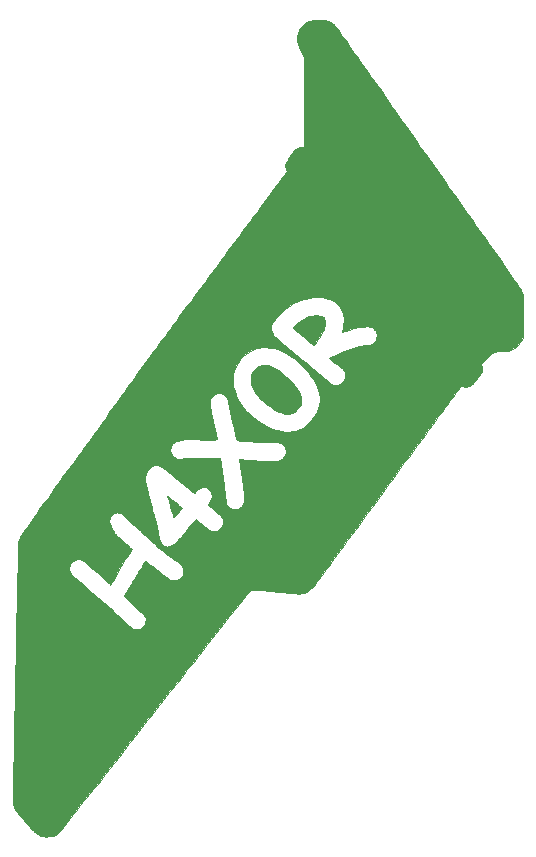
<source format=gbr>
%TF.GenerationSoftware,KiCad,Pcbnew,(7.0.0)*%
%TF.CreationDate,2023-05-30T20:10:02-04:00*%
%TF.ProjectId,H4X0R,48345830-522e-46b6-9963-61645f706362,rev?*%
%TF.SameCoordinates,Original*%
%TF.FileFunction,Copper,L1,Top*%
%TF.FilePolarity,Positive*%
%FSLAX46Y46*%
G04 Gerber Fmt 4.6, Leading zero omitted, Abs format (unit mm)*
G04 Created by KiCad (PCBNEW (7.0.0)) date 2023-05-30 20:10:02*
%MOMM*%
%LPD*%
G01*
G04 APERTURE LIST*
%TA.AperFunction,EtchedComponent*%
%ADD10C,0.010000*%
%TD*%
G04 APERTURE END LIST*
%TO.C,G\u002A\u002A\u002A*%
G36*
X40435462Y-37397957D02*
G01*
X48915363Y-37397957D01*
X48940625Y-37574099D01*
X48999524Y-37751199D01*
X49089786Y-37920595D01*
X49117795Y-37961864D01*
X49146866Y-37993132D01*
X49208121Y-38050687D01*
X49300968Y-38134020D01*
X49424814Y-38242623D01*
X49579068Y-38375988D01*
X49763137Y-38533609D01*
X49976431Y-38714977D01*
X50218357Y-38919584D01*
X50488324Y-39146923D01*
X50785739Y-39396486D01*
X50965510Y-39546973D01*
X51218036Y-39758270D01*
X51471543Y-39970534D01*
X51722901Y-40181137D01*
X51968978Y-40387447D01*
X52206643Y-40586836D01*
X52432763Y-40776673D01*
X52644208Y-40954329D01*
X52837846Y-41117175D01*
X53010545Y-41262580D01*
X53159174Y-41387915D01*
X53280602Y-41490550D01*
X53346760Y-41546647D01*
X53515782Y-41690031D01*
X53656254Y-41808518D01*
X53771733Y-41904807D01*
X53865775Y-41981592D01*
X53941939Y-42041570D01*
X54003779Y-42087436D01*
X54054854Y-42121886D01*
X54098720Y-42147617D01*
X54138934Y-42167323D01*
X54179053Y-42183702D01*
X54195101Y-42189645D01*
X54314327Y-42215881D01*
X54452797Y-42219514D01*
X54594705Y-42201683D01*
X54724247Y-42163530D01*
X54756634Y-42149125D01*
X54909201Y-42053694D01*
X55033953Y-41932946D01*
X55129232Y-41792573D01*
X55193380Y-41638266D01*
X55224740Y-41475715D01*
X55221654Y-41310613D01*
X55182464Y-41148651D01*
X55105514Y-40995519D01*
X55096529Y-40982146D01*
X55060664Y-40938850D01*
X55001852Y-40880834D01*
X54917798Y-40806129D01*
X54806210Y-40712767D01*
X54664796Y-40598779D01*
X54491262Y-40462197D01*
X54487848Y-40459533D01*
X54354862Y-40355854D01*
X54230716Y-40259183D01*
X54119846Y-40172965D01*
X54026687Y-40100646D01*
X53955675Y-40045669D01*
X53911247Y-40011482D01*
X53900011Y-40002981D01*
X53850012Y-39965986D01*
X53995523Y-39879540D01*
X54447528Y-39631306D01*
X54914690Y-39415282D01*
X55400770Y-39230163D01*
X55909532Y-39074646D01*
X56444738Y-38947424D01*
X56943166Y-38857436D01*
X57094178Y-38832926D01*
X57210993Y-38811397D01*
X57301466Y-38790949D01*
X57373454Y-38769687D01*
X57434810Y-38745712D01*
X57465959Y-38731130D01*
X57612487Y-38636622D01*
X57730794Y-38514212D01*
X57818612Y-38369443D01*
X57873675Y-38207856D01*
X57893717Y-38034993D01*
X57876470Y-37856396D01*
X57856287Y-37776773D01*
X57829735Y-37697506D01*
X57800738Y-37636291D01*
X57760756Y-37579715D01*
X57701245Y-37514365D01*
X57667328Y-37480030D01*
X57577751Y-37398720D01*
X57487565Y-37336616D01*
X57390563Y-37292433D01*
X57280541Y-37264889D01*
X57151292Y-37252698D01*
X56996611Y-37254579D01*
X56810292Y-37269245D01*
X56704482Y-37280837D01*
X56330290Y-37336559D01*
X55946204Y-37417900D01*
X55545096Y-37526535D01*
X55221579Y-37629359D01*
X55125529Y-37660946D01*
X55045100Y-37686018D01*
X54988130Y-37702231D01*
X54962452Y-37707243D01*
X54961863Y-37707000D01*
X54963525Y-37684746D01*
X54973728Y-37630300D01*
X54990684Y-37552522D01*
X55006832Y-37483904D01*
X55071989Y-37146872D01*
X55100367Y-36827105D01*
X55092213Y-36525477D01*
X55047773Y-36242860D01*
X54967293Y-35980129D01*
X54851019Y-35738156D01*
X54699197Y-35517815D01*
X54512074Y-35319979D01*
X54361987Y-35196665D01*
X54102112Y-35028562D01*
X53826055Y-34898211D01*
X53533408Y-34805592D01*
X53223762Y-34750685D01*
X52896708Y-34733470D01*
X52551838Y-34753926D01*
X52188743Y-34812034D01*
X51807015Y-34907772D01*
X51406244Y-35041121D01*
X51385206Y-35048959D01*
X51098477Y-35164666D01*
X50844607Y-35285981D01*
X50614124Y-35418326D01*
X50397553Y-35567125D01*
X50192596Y-35731636D01*
X50138247Y-35780988D01*
X50059822Y-35856039D01*
X49962369Y-35951768D01*
X49850934Y-36063152D01*
X49730566Y-36185167D01*
X49606313Y-36312791D01*
X49552484Y-36368623D01*
X49403164Y-36524951D01*
X49280953Y-36655674D01*
X49182842Y-36764937D01*
X49105823Y-36856883D01*
X49046887Y-36935658D01*
X49003024Y-37005404D01*
X48971225Y-37070267D01*
X48948482Y-37134390D01*
X48931785Y-37201918D01*
X48926011Y-37231431D01*
X48915363Y-37397957D01*
X40435462Y-37397957D01*
X40576570Y-37207636D01*
X40764943Y-36953498D01*
X40970456Y-36676174D01*
X41191969Y-36377208D01*
X41428339Y-36058141D01*
X41678425Y-35720518D01*
X41941086Y-35365879D01*
X42215178Y-34995769D01*
X42499561Y-34611731D01*
X42793092Y-34215306D01*
X43094630Y-33808037D01*
X43403033Y-33391468D01*
X43717159Y-32967141D01*
X44035867Y-32536599D01*
X44358014Y-32101384D01*
X44682460Y-31663040D01*
X45008061Y-31223109D01*
X45333677Y-30783134D01*
X45658165Y-30344657D01*
X45980383Y-29909222D01*
X46299191Y-29478371D01*
X46613445Y-29053647D01*
X46922005Y-28636593D01*
X47223729Y-28228751D01*
X47517474Y-27831665D01*
X47802099Y-27446876D01*
X48076462Y-27075928D01*
X48339422Y-26720364D01*
X48589836Y-26381726D01*
X48826563Y-26061557D01*
X49048461Y-25761400D01*
X49254388Y-25482797D01*
X49443202Y-25227292D01*
X49613762Y-24996427D01*
X49764926Y-24791744D01*
X49895552Y-24614788D01*
X50004498Y-24467099D01*
X50090622Y-24350222D01*
X50152783Y-24265699D01*
X50156652Y-24260428D01*
X50298532Y-24067099D01*
X50247412Y-23974678D01*
X50187829Y-23827996D01*
X50160969Y-23669588D01*
X50169174Y-23514239D01*
X50172091Y-23499066D01*
X50188347Y-23431414D01*
X50210043Y-23365749D01*
X50240317Y-23296256D01*
X50282309Y-23217119D01*
X50339156Y-23122522D01*
X50413998Y-23006650D01*
X50509973Y-22863685D01*
X50534285Y-22827947D01*
X50673490Y-22631199D01*
X50799996Y-22470083D01*
X50917963Y-22341396D01*
X51031551Y-22241937D01*
X51144919Y-22168506D01*
X51262226Y-22117901D01*
X51387633Y-22086921D01*
X51515430Y-22072902D01*
X51705517Y-22061925D01*
X51722037Y-21962922D01*
X51723758Y-21931495D01*
X51725366Y-21859947D01*
X51726857Y-21750491D01*
X51728223Y-21605338D01*
X51729459Y-21426703D01*
X51730559Y-21216796D01*
X51731514Y-20977830D01*
X51732320Y-20712018D01*
X51732971Y-20421572D01*
X51733458Y-20108705D01*
X51733777Y-19775628D01*
X51733921Y-19424555D01*
X51733884Y-19057697D01*
X51733658Y-18677267D01*
X51733239Y-18285478D01*
X51733034Y-18138627D01*
X51727510Y-14413335D01*
X51502388Y-13972546D01*
X51407826Y-13784919D01*
X51332144Y-13627750D01*
X51273300Y-13494695D01*
X51229251Y-13379411D01*
X51197954Y-13275554D01*
X51177366Y-13176781D01*
X51165444Y-13076750D01*
X51160144Y-12969116D01*
X51159324Y-12907341D01*
X51160583Y-12776013D01*
X51166666Y-12673230D01*
X51179024Y-12585339D01*
X51199107Y-12498686D01*
X51204981Y-12477461D01*
X51296165Y-12229735D01*
X51422050Y-12005842D01*
X51581462Y-11807134D01*
X51773227Y-11634967D01*
X51996174Y-11490695D01*
X52108437Y-11434273D01*
X52208789Y-11390959D01*
X52304049Y-11357719D01*
X52402174Y-11333309D01*
X52511120Y-11316482D01*
X52638846Y-11305991D01*
X52793309Y-11300592D01*
X52971944Y-11299042D01*
X53167557Y-11300712D01*
X53329045Y-11307021D01*
X53464490Y-11319351D01*
X53581972Y-11339086D01*
X53689576Y-11367608D01*
X53795382Y-11406301D01*
X53907473Y-11456545D01*
X53915703Y-11460502D01*
X53987093Y-11496535D01*
X54053251Y-11534313D01*
X54116636Y-11576650D01*
X54179707Y-11626360D01*
X54244921Y-11686258D01*
X54314738Y-11759157D01*
X54391615Y-11847873D01*
X54478012Y-11955219D01*
X54576386Y-12084009D01*
X54689195Y-12237058D01*
X54818899Y-12417180D01*
X54967956Y-12627189D01*
X55105646Y-12822675D01*
X55169698Y-12913757D01*
X55257029Y-13037851D01*
X55366520Y-13193373D01*
X55497056Y-13378736D01*
X55647518Y-13592356D01*
X55816790Y-13832648D01*
X56003754Y-14098026D01*
X56207294Y-14386905D01*
X56426293Y-14697700D01*
X56659632Y-15028826D01*
X56906196Y-15378697D01*
X57164867Y-15745729D01*
X57434528Y-16128337D01*
X57714062Y-16524934D01*
X58002351Y-16933936D01*
X58298279Y-17353757D01*
X58600729Y-17782814D01*
X58908583Y-18219519D01*
X59220724Y-18662289D01*
X59536036Y-19109537D01*
X59699934Y-19342008D01*
X60052220Y-19841682D01*
X60419687Y-20362889D01*
X60800129Y-20902499D01*
X61191340Y-21457383D01*
X61591112Y-22024411D01*
X61997238Y-22600453D01*
X62407513Y-23182379D01*
X62819730Y-23767060D01*
X63231683Y-24351365D01*
X63641164Y-24932165D01*
X64045967Y-25506331D01*
X64443885Y-26070732D01*
X64832713Y-26622239D01*
X65210243Y-27157722D01*
X65574269Y-27674051D01*
X65922584Y-28168097D01*
X66252982Y-28636729D01*
X66563256Y-29076819D01*
X66833179Y-29459675D01*
X67111022Y-29853801D01*
X67382813Y-30239413D01*
X67647519Y-30615041D01*
X67904103Y-30979215D01*
X68151533Y-31330463D01*
X68388773Y-31667318D01*
X68614790Y-31988307D01*
X68828550Y-32291962D01*
X69029016Y-32576811D01*
X69215157Y-32841386D01*
X69385936Y-33084216D01*
X69540321Y-33303830D01*
X69677276Y-33498759D01*
X69795767Y-33667533D01*
X69894760Y-33808681D01*
X69973220Y-33920734D01*
X70030114Y-34002221D01*
X70064407Y-34051672D01*
X70074624Y-34066776D01*
X70150828Y-34211255D01*
X70216886Y-34382179D01*
X70266875Y-34563869D01*
X70272542Y-34590689D01*
X70279027Y-34626344D01*
X70284584Y-34666650D01*
X70289255Y-34714701D01*
X70293078Y-34773588D01*
X70296095Y-34846408D01*
X70298346Y-34936252D01*
X70299871Y-35046214D01*
X70300711Y-35179390D01*
X70300907Y-35338871D01*
X70300498Y-35527752D01*
X70299524Y-35749126D01*
X70298028Y-36006087D01*
X70296048Y-36301729D01*
X70295643Y-36359280D01*
X70293487Y-36658484D01*
X70291476Y-36918465D01*
X70289513Y-37142338D01*
X70287502Y-37333212D01*
X70285347Y-37494199D01*
X70282950Y-37628412D01*
X70280216Y-37738960D01*
X70277047Y-37828957D01*
X70273348Y-37901513D01*
X70269022Y-37959739D01*
X70263972Y-38006748D01*
X70258102Y-38045651D01*
X70251316Y-38079559D01*
X70243517Y-38111584D01*
X70241004Y-38121143D01*
X70154632Y-38366342D01*
X70032959Y-38591625D01*
X69879478Y-38794025D01*
X69697681Y-38970572D01*
X69491062Y-39118299D01*
X69263112Y-39234236D01*
X69017324Y-39315415D01*
X68788398Y-39355813D01*
X68689114Y-39360247D01*
X68564517Y-39356501D01*
X68430721Y-39345104D01*
X68417899Y-39343617D01*
X68309452Y-39331817D01*
X68229467Y-39326846D01*
X68164581Y-39328985D01*
X68101433Y-39338519D01*
X68043614Y-39351556D01*
X67950181Y-39379503D01*
X67842446Y-39419402D01*
X67743194Y-39462790D01*
X67740093Y-39464298D01*
X67690354Y-39490026D01*
X67642753Y-39518705D01*
X67592789Y-39554192D01*
X67535956Y-39600346D01*
X67467750Y-39661027D01*
X67383668Y-39740092D01*
X67279205Y-39841402D01*
X67149858Y-39968815D01*
X67140964Y-39977615D01*
X66700584Y-40413425D01*
X66743590Y-40510600D01*
X66801696Y-40682599D01*
X66819204Y-40848233D01*
X66796056Y-41013320D01*
X66737187Y-41173185D01*
X66705641Y-41228316D01*
X66651909Y-41309317D01*
X66581016Y-41409635D01*
X66497991Y-41522713D01*
X66407862Y-41641997D01*
X66315655Y-41760930D01*
X66226399Y-41872959D01*
X66145121Y-41971528D01*
X66076849Y-42050082D01*
X66026610Y-42102065D01*
X66020685Y-42107388D01*
X65956082Y-42155738D01*
X65870088Y-42209788D01*
X65780236Y-42258595D01*
X65771593Y-42262825D01*
X65683052Y-42302913D01*
X65609750Y-42327168D01*
X65532743Y-42340238D01*
X65433081Y-42346772D01*
X65428731Y-42346948D01*
X65302946Y-42347326D01*
X65203840Y-42336013D01*
X65135435Y-42318040D01*
X65071634Y-42298055D01*
X65034311Y-42292451D01*
X65010024Y-42301527D01*
X64989343Y-42321266D01*
X64974541Y-42340714D01*
X64935446Y-42393225D01*
X64872832Y-42477749D01*
X64787471Y-42593235D01*
X64680138Y-42738632D01*
X64551606Y-42912889D01*
X64402648Y-43114956D01*
X64234036Y-43343781D01*
X64046546Y-43598313D01*
X63840950Y-43877503D01*
X63618021Y-44180298D01*
X63378533Y-44505649D01*
X63123260Y-44852504D01*
X62852973Y-45219812D01*
X62568448Y-45606523D01*
X62270457Y-46011585D01*
X61959774Y-46433949D01*
X61637172Y-46872562D01*
X61303424Y-47326375D01*
X60959304Y-47794335D01*
X60605585Y-48275394D01*
X60243041Y-48768499D01*
X59872445Y-49272599D01*
X59494569Y-49786645D01*
X59110189Y-50309584D01*
X58955161Y-50520508D01*
X58566214Y-51049691D01*
X58182563Y-51571647D01*
X57805025Y-52085270D01*
X57434411Y-52589452D01*
X57071537Y-53083086D01*
X56717217Y-53565066D01*
X56372265Y-54034284D01*
X56037494Y-54489633D01*
X55713719Y-54930007D01*
X55401754Y-55354298D01*
X55102412Y-55761399D01*
X54816509Y-56150204D01*
X54544858Y-56519604D01*
X54288273Y-56868495D01*
X54047569Y-57195767D01*
X53823559Y-57500315D01*
X53617057Y-57781032D01*
X53428877Y-58036809D01*
X53259835Y-58266541D01*
X53110742Y-58469121D01*
X52982415Y-58643440D01*
X52875666Y-58788394D01*
X52791310Y-58902873D01*
X52730161Y-58985772D01*
X52693033Y-59035983D01*
X52686925Y-59044205D01*
X52566105Y-59202977D01*
X52461419Y-59331374D01*
X52366776Y-59435056D01*
X52276085Y-59519677D01*
X52183255Y-59590895D01*
X52082195Y-59654366D01*
X51966814Y-59715747D01*
X51960343Y-59718970D01*
X51761512Y-59802891D01*
X51564235Y-59853575D01*
X51352801Y-59874693D01*
X51289044Y-59875807D01*
X51239308Y-59873803D01*
X51151022Y-59867884D01*
X51027759Y-59858366D01*
X50873088Y-59845564D01*
X50690583Y-59829795D01*
X50483814Y-59811373D01*
X50256354Y-59790614D01*
X50011773Y-59767834D01*
X49753644Y-59743348D01*
X49485538Y-59717472D01*
X49376692Y-59706841D01*
X49108038Y-59680633D01*
X48849723Y-59655665D01*
X48605108Y-59632250D01*
X48377557Y-59610697D01*
X48170431Y-59591319D01*
X47987092Y-59574426D01*
X47830902Y-59560330D01*
X47705224Y-59549343D01*
X47613419Y-59541774D01*
X47558850Y-59537935D01*
X47547263Y-59537508D01*
X47416176Y-59552565D01*
X47275653Y-59593588D01*
X47143751Y-59654350D01*
X47070843Y-59701746D01*
X47055682Y-59717017D01*
X47025910Y-59751051D01*
X46981119Y-59804364D01*
X46920904Y-59877469D01*
X46844857Y-59970880D01*
X46752573Y-60085112D01*
X46643645Y-60220680D01*
X46517666Y-60378097D01*
X46374230Y-60557878D01*
X46212930Y-60760538D01*
X46033360Y-60986590D01*
X45835114Y-61236550D01*
X45617784Y-61510930D01*
X45380964Y-61810246D01*
X45124248Y-62135013D01*
X44847229Y-62485743D01*
X44549501Y-62862953D01*
X44230657Y-63267155D01*
X43890291Y-63698865D01*
X43527996Y-64158596D01*
X43143365Y-64646864D01*
X42735993Y-65164182D01*
X42305472Y-65711064D01*
X41851396Y-66288026D01*
X41373359Y-66895581D01*
X40870954Y-67534244D01*
X40343774Y-68204529D01*
X39791413Y-68906951D01*
X39213465Y-69642023D01*
X39036290Y-69867387D01*
X38474950Y-70581383D01*
X37939185Y-71262781D01*
X37428437Y-71912286D01*
X36942149Y-72530605D01*
X36479761Y-73118443D01*
X36040716Y-73676505D01*
X35624456Y-74205498D01*
X35230422Y-74706127D01*
X34858056Y-75179097D01*
X34506800Y-75625116D01*
X34176095Y-76044887D01*
X33865385Y-76439117D01*
X33574109Y-76808512D01*
X33301711Y-77153777D01*
X33047631Y-77475618D01*
X32811313Y-77774740D01*
X32592197Y-78051850D01*
X32389725Y-78307653D01*
X32203339Y-78542855D01*
X32032482Y-78758161D01*
X31876594Y-78954277D01*
X31735118Y-79131909D01*
X31607495Y-79291763D01*
X31493167Y-79434543D01*
X31391577Y-79560957D01*
X31302165Y-79671709D01*
X31224374Y-79767506D01*
X31157645Y-79849053D01*
X31101420Y-79917055D01*
X31055142Y-79972219D01*
X31018251Y-80015250D01*
X30990191Y-80046853D01*
X30970401Y-80067735D01*
X30961206Y-80076322D01*
X30811528Y-80185384D01*
X30638945Y-80282909D01*
X30460614Y-80359998D01*
X30343949Y-80396428D01*
X30233849Y-80417469D01*
X30100996Y-80432356D01*
X29961025Y-80440245D01*
X29829574Y-80440294D01*
X29722278Y-80431659D01*
X29714177Y-80430400D01*
X29482826Y-80374768D01*
X29259668Y-80287139D01*
X29056231Y-80172564D01*
X28953489Y-80097114D01*
X28909626Y-80056501D01*
X28842180Y-79987488D01*
X28754509Y-79893937D01*
X28649972Y-79779710D01*
X28531925Y-79648671D01*
X28403726Y-79504681D01*
X28268733Y-79351603D01*
X28130304Y-79193301D01*
X27991796Y-79033636D01*
X27856567Y-78876471D01*
X27727975Y-78725668D01*
X27609378Y-78585091D01*
X27504132Y-78458602D01*
X27415597Y-78350063D01*
X27347128Y-78263337D01*
X27302085Y-78202286D01*
X27289754Y-78183207D01*
X27240626Y-78090197D01*
X27190419Y-77980240D01*
X27149939Y-77877019D01*
X27149685Y-77876290D01*
X27128175Y-77811133D01*
X27112435Y-77752285D01*
X27101362Y-77690758D01*
X27093854Y-77617562D01*
X27088808Y-77523711D01*
X27085122Y-77400215D01*
X27083742Y-77338675D01*
X27083688Y-77294167D01*
X27084512Y-77208659D01*
X27086187Y-77083475D01*
X27088688Y-76919939D01*
X27091989Y-76719375D01*
X27096064Y-76483106D01*
X27100886Y-76212455D01*
X27106431Y-75908748D01*
X27112672Y-75573307D01*
X27119583Y-75207457D01*
X27127138Y-74812520D01*
X27135311Y-74389822D01*
X27144076Y-73940686D01*
X27153408Y-73466435D01*
X27163280Y-72968394D01*
X27173667Y-72447885D01*
X27184543Y-71906234D01*
X27195881Y-71344763D01*
X27207655Y-70764797D01*
X27219840Y-70167659D01*
X27232411Y-69554674D01*
X27245340Y-68927164D01*
X27258602Y-68286454D01*
X27272170Y-67633867D01*
X27286020Y-66970727D01*
X27299196Y-66342591D01*
X27317036Y-65494935D01*
X27334054Y-64688760D01*
X27350268Y-63923224D01*
X27365700Y-63197482D01*
X27380368Y-62510692D01*
X27394293Y-61862010D01*
X27407493Y-61250593D01*
X27419989Y-60675596D01*
X27431801Y-60136178D01*
X27442948Y-59631494D01*
X27453449Y-59160701D01*
X27463326Y-58722956D01*
X27472596Y-58317415D01*
X27481281Y-57943236D01*
X27485871Y-57748925D01*
X31852976Y-57748925D01*
X31856104Y-57848903D01*
X31867689Y-57925754D01*
X31891506Y-57998424D01*
X31912011Y-58045258D01*
X31939429Y-58101769D01*
X31967446Y-58150612D01*
X32001018Y-58197140D01*
X32045097Y-58246704D01*
X32104639Y-58304656D01*
X32184597Y-58376346D01*
X32289925Y-58467127D01*
X32349427Y-58517761D01*
X32418270Y-58576473D01*
X32514819Y-58659176D01*
X32634765Y-58762164D01*
X32773799Y-58881729D01*
X32927614Y-59014163D01*
X33091901Y-59155759D01*
X33262351Y-59302808D01*
X33434658Y-59451604D01*
X33460677Y-59474086D01*
X33637143Y-59626449D01*
X33815905Y-59780557D01*
X33992094Y-59932226D01*
X34160839Y-60077275D01*
X34317271Y-60211521D01*
X34456519Y-60330781D01*
X34573714Y-60430872D01*
X34663985Y-60507612D01*
X34667177Y-60510314D01*
X34818204Y-60638708D01*
X34953058Y-60754787D01*
X35077453Y-60863793D01*
X35197102Y-60970970D01*
X35317718Y-61081558D01*
X35445013Y-61200800D01*
X35584702Y-61333939D01*
X35742498Y-61486215D01*
X35924113Y-61662872D01*
X35936897Y-61675341D01*
X36071238Y-61805932D01*
X36207462Y-61937512D01*
X36339630Y-62064406D01*
X36461803Y-62180938D01*
X36568045Y-62281431D01*
X36652415Y-62360210D01*
X36678818Y-62384469D01*
X36830131Y-62521684D01*
X36955550Y-62632469D01*
X37059872Y-62719553D01*
X37147894Y-62785664D01*
X37224412Y-62833529D01*
X37294225Y-62865876D01*
X37362129Y-62885433D01*
X37432921Y-62894929D01*
X37511399Y-62897090D01*
X37577593Y-62895560D01*
X37680809Y-62889180D01*
X37758149Y-62876072D01*
X37825951Y-62852673D01*
X37869395Y-62831933D01*
X38030210Y-62727247D01*
X38159809Y-62595335D01*
X38255904Y-62439016D01*
X38309488Y-62289239D01*
X38333540Y-62126039D01*
X38318654Y-61968594D01*
X38263946Y-61808961D01*
X38253557Y-61787006D01*
X38224697Y-61733141D01*
X38190515Y-61682598D01*
X38145320Y-61629112D01*
X38083418Y-61566415D01*
X37999117Y-61488242D01*
X37909908Y-61408749D01*
X37806640Y-61316417D01*
X37682826Y-61203772D01*
X37548354Y-61079929D01*
X37413112Y-60954001D01*
X37286988Y-60835102D01*
X37270677Y-60819589D01*
X37154125Y-60708674D01*
X37034461Y-60594927D01*
X36919564Y-60485828D01*
X36817313Y-60388857D01*
X36735589Y-60311496D01*
X36717234Y-60294157D01*
X36523625Y-60111380D01*
X37031409Y-59205319D01*
X37171823Y-58955015D01*
X37294138Y-58737643D01*
X37400777Y-58549106D01*
X37494160Y-58385308D01*
X37576709Y-58242154D01*
X37650846Y-58115547D01*
X37718993Y-58001391D01*
X37783572Y-57895590D01*
X37847004Y-57794049D01*
X37911711Y-57692671D01*
X37980115Y-57587361D01*
X38054637Y-57474022D01*
X38058306Y-57468466D01*
X38146861Y-57336122D01*
X38216305Y-57236925D01*
X38269427Y-57167792D01*
X38309010Y-57125637D01*
X38337842Y-57107378D01*
X38358708Y-57109930D01*
X38370407Y-57122993D01*
X38392180Y-57144608D01*
X38443453Y-57188905D01*
X38520228Y-57252683D01*
X38618505Y-57332741D01*
X38734286Y-57425877D01*
X38863572Y-57528891D01*
X39002364Y-57638580D01*
X39146665Y-57751745D01*
X39292474Y-57865183D01*
X39429677Y-57971000D01*
X39562437Y-58073134D01*
X39699299Y-58178835D01*
X39831805Y-58281541D01*
X39951498Y-58374690D01*
X40049920Y-58451722D01*
X40085843Y-58480033D01*
X40208154Y-58575427D01*
X40305526Y-58646864D01*
X40385323Y-58697748D01*
X40454908Y-58731485D01*
X40521645Y-58751480D01*
X40592898Y-58761136D01*
X40676030Y-58763859D01*
X40699677Y-58763855D01*
X40861032Y-58753641D01*
X40996167Y-58721217D01*
X41117460Y-58661756D01*
X41237290Y-58570431D01*
X41268451Y-58542073D01*
X41386748Y-58413849D01*
X41467378Y-58282642D01*
X41514626Y-58139802D01*
X41531249Y-58011709D01*
X41526100Y-57835679D01*
X41487118Y-57681079D01*
X41412671Y-57541861D01*
X41399629Y-57523664D01*
X41371437Y-57488370D01*
X41336163Y-57450311D01*
X41290793Y-57407097D01*
X41232316Y-57356343D01*
X41157717Y-57295660D01*
X41063984Y-57222661D01*
X40948104Y-57134958D01*
X40807064Y-57030165D01*
X40637850Y-56905893D01*
X40437451Y-56759756D01*
X40414242Y-56742875D01*
X40233165Y-56610872D01*
X40073742Y-56493656D01*
X39931377Y-56387417D01*
X39801473Y-56288345D01*
X39679433Y-56192629D01*
X39560662Y-56096457D01*
X39440561Y-55996019D01*
X39314535Y-55887503D01*
X39177986Y-55767100D01*
X39026319Y-55630998D01*
X38854935Y-55475386D01*
X38659240Y-55296454D01*
X38561843Y-55207148D01*
X38426065Y-55083041D01*
X38283842Y-54953856D01*
X38142818Y-54826481D01*
X38010637Y-54707800D01*
X37894942Y-54604701D01*
X37810427Y-54530222D01*
X37657903Y-54394947D01*
X37500474Y-54251699D01*
X37342579Y-54104804D01*
X37188662Y-53958585D01*
X37043165Y-53817368D01*
X36910528Y-53685479D01*
X36795194Y-53567241D01*
X36701605Y-53466980D01*
X36634203Y-53389021D01*
X36620517Y-53371633D01*
X36493967Y-53223993D01*
X36367723Y-53115802D01*
X36236890Y-53044497D01*
X36096571Y-53007513D01*
X35941870Y-53002288D01*
X35918308Y-53003984D01*
X35774603Y-53031899D01*
X35634275Y-53087915D01*
X35505433Y-53166326D01*
X35396184Y-53261427D01*
X35314636Y-53367514D01*
X35274651Y-53456923D01*
X35249769Y-53608817D01*
X35258525Y-53781740D01*
X35299952Y-53972339D01*
X35373080Y-54177259D01*
X35476943Y-54393148D01*
X35608572Y-54613598D01*
X35649785Y-54675111D01*
X35691132Y-54732588D01*
X35735897Y-54789326D01*
X35787363Y-54848617D01*
X35848815Y-54913756D01*
X35923536Y-54988038D01*
X36014810Y-55074758D01*
X36125921Y-55177208D01*
X36260151Y-55298684D01*
X36420786Y-55442481D01*
X36545428Y-55553494D01*
X36680877Y-55674369D01*
X36805850Y-55786645D01*
X36916921Y-55887188D01*
X37010662Y-55972862D01*
X37083646Y-56040530D01*
X37132447Y-56087059D01*
X37153637Y-56109311D01*
X37154260Y-56110568D01*
X37142611Y-56132568D01*
X37110662Y-56182149D01*
X37062912Y-56252582D01*
X37003861Y-56337137D01*
X36985436Y-56363097D01*
X36901078Y-56483490D01*
X36815819Y-56609384D01*
X36727929Y-56743696D01*
X36635678Y-56889340D01*
X36537336Y-57049233D01*
X36431173Y-57226290D01*
X36315461Y-57423427D01*
X36188467Y-57643558D01*
X36048464Y-57889601D01*
X35893721Y-58164470D01*
X35722508Y-58471081D01*
X35544706Y-58791383D01*
X35485365Y-58896379D01*
X35431819Y-58987099D01*
X35387793Y-59057550D01*
X35357010Y-59101738D01*
X35344142Y-59114175D01*
X35321408Y-59099892D01*
X35276222Y-59061125D01*
X35215379Y-59003989D01*
X35153513Y-58942592D01*
X35086001Y-58876444D01*
X34993985Y-58789811D01*
X34885134Y-58689726D01*
X34767118Y-58583219D01*
X34647603Y-58477320D01*
X34614260Y-58448164D01*
X34487004Y-58336951D01*
X34338746Y-58206892D01*
X34180085Y-58067316D01*
X34021616Y-57927550D01*
X33873938Y-57796920D01*
X33820510Y-57749536D01*
X33630888Y-57581373D01*
X33469596Y-57439176D01*
X33333340Y-57320766D01*
X33218825Y-57223965D01*
X33122758Y-57146597D01*
X33041844Y-57086483D01*
X32972790Y-57041445D01*
X32912301Y-57009305D01*
X32857083Y-56987886D01*
X32803842Y-56975010D01*
X32749285Y-56968499D01*
X32690116Y-56966174D01*
X32635177Y-56965865D01*
X32534075Y-56967780D01*
X32459712Y-56975539D01*
X32396599Y-56991962D01*
X32329249Y-57019870D01*
X32323269Y-57022657D01*
X32185287Y-57108273D01*
X32060150Y-57226161D01*
X31957540Y-57366378D01*
X31919967Y-57436912D01*
X31883916Y-57519845D01*
X31863532Y-57589409D01*
X31854633Y-57665081D01*
X31852976Y-57748925D01*
X27485871Y-57748925D01*
X27489400Y-57599573D01*
X27496972Y-57285585D01*
X27504018Y-57000428D01*
X27510556Y-56743258D01*
X27516607Y-56513232D01*
X27522191Y-56309507D01*
X27527327Y-56131239D01*
X27532035Y-55977585D01*
X27536335Y-55847702D01*
X27540246Y-55740745D01*
X27543788Y-55655873D01*
X27546981Y-55592240D01*
X27549844Y-55549005D01*
X27552219Y-55526425D01*
X27596162Y-55319528D01*
X27661686Y-55136406D01*
X27732860Y-54997258D01*
X27752440Y-54967661D01*
X27795892Y-54905044D01*
X27862288Y-54810693D01*
X27950699Y-54685897D01*
X28060197Y-54531943D01*
X28189854Y-54350119D01*
X28338742Y-54141713D01*
X28505932Y-53908012D01*
X28690497Y-53650304D01*
X28891508Y-53369877D01*
X29108036Y-53068019D01*
X29339155Y-52746016D01*
X29583934Y-52405157D01*
X29841448Y-52046730D01*
X30110766Y-51672022D01*
X30390961Y-51282321D01*
X30681104Y-50878915D01*
X30980268Y-50463090D01*
X31184811Y-50178863D01*
X38278800Y-50178863D01*
X38280430Y-50225756D01*
X38283450Y-50279420D01*
X38288452Y-50333963D01*
X38296330Y-50393456D01*
X38307982Y-50461969D01*
X38324303Y-50543572D01*
X38346191Y-50642335D01*
X38374539Y-50762329D01*
X38410246Y-50907623D01*
X38454207Y-51082289D01*
X38507318Y-51290395D01*
X38559697Y-51494175D01*
X38621788Y-51734720D01*
X38688768Y-51993248D01*
X38758290Y-52260771D01*
X38828013Y-52528303D01*
X38895590Y-52786854D01*
X38958679Y-53027438D01*
X39014934Y-53241067D01*
X39042760Y-53346258D01*
X39108417Y-53594490D01*
X39164138Y-53806693D01*
X39211050Y-53987698D01*
X39250283Y-54142338D01*
X39282966Y-54275445D01*
X39310228Y-54391851D01*
X39333197Y-54496388D01*
X39353003Y-54593888D01*
X39370774Y-54689183D01*
X39387639Y-54787105D01*
X39404728Y-54892487D01*
X39406238Y-54902008D01*
X39444081Y-55111601D01*
X39486170Y-55284805D01*
X39534452Y-55427504D01*
X39590873Y-55545581D01*
X39648068Y-55632821D01*
X39717091Y-55707919D01*
X39803983Y-55779299D01*
X39895971Y-55838118D01*
X39980278Y-55875535D01*
X40008856Y-55882507D01*
X40108990Y-55886336D01*
X40228091Y-55871702D01*
X40348431Y-55841249D01*
X40392937Y-55825232D01*
X40545451Y-55749439D01*
X40711463Y-55639150D01*
X40886251Y-55498079D01*
X41065092Y-55329941D01*
X41190334Y-55197943D01*
X41234540Y-55147841D01*
X41302153Y-55069402D01*
X41389572Y-54966885D01*
X41493194Y-54844548D01*
X41609418Y-54706651D01*
X41734641Y-54557455D01*
X41865262Y-54401218D01*
X41945888Y-54304473D01*
X42557099Y-53570151D01*
X42707888Y-53693752D01*
X42770725Y-53745434D01*
X42858502Y-53817875D01*
X42963604Y-53904775D01*
X43078413Y-53999835D01*
X43195311Y-54096757D01*
X43218510Y-54116008D01*
X43363221Y-54233408D01*
X43494208Y-54334318D01*
X43606529Y-54415105D01*
X43695243Y-54472138D01*
X43726510Y-54489270D01*
X43908058Y-54562883D01*
X44079647Y-54595452D01*
X44242248Y-54586833D01*
X44396836Y-54536878D01*
X44544384Y-54445441D01*
X44650017Y-54350569D01*
X44761347Y-54220193D01*
X44835686Y-54091111D01*
X44877079Y-53954220D01*
X44889555Y-53811543D01*
X44888007Y-53718053D01*
X44879129Y-53648082D01*
X44858777Y-53582935D01*
X44822809Y-53503919D01*
X44820211Y-53498629D01*
X44794947Y-53452107D01*
X44763417Y-53404626D01*
X44722664Y-53353389D01*
X44669734Y-53295597D01*
X44601672Y-53228449D01*
X44515520Y-53149149D01*
X44408325Y-53054896D01*
X44277130Y-52942893D01*
X44118979Y-52810339D01*
X43930918Y-52654437D01*
X43913966Y-52640438D01*
X43572256Y-52358313D01*
X43685001Y-52201170D01*
X43808901Y-52006708D01*
X43892478Y-51824515D01*
X43935738Y-51653994D01*
X43938690Y-51494547D01*
X43901339Y-51345579D01*
X43823694Y-51206490D01*
X43705762Y-51076685D01*
X43698760Y-51070384D01*
X43547738Y-50956010D01*
X43397289Y-50882039D01*
X43248961Y-50848816D01*
X43104304Y-50856688D01*
X42964865Y-50906000D01*
X42964510Y-50906183D01*
X42893113Y-50950278D01*
X42803131Y-51016256D01*
X42705098Y-51095270D01*
X42609544Y-51178472D01*
X42527003Y-51257015D01*
X42468007Y-51322052D01*
X42465281Y-51325545D01*
X42410553Y-51396588D01*
X41047115Y-50266626D01*
X40836821Y-50092580D01*
X40634118Y-49925277D01*
X40441617Y-49766845D01*
X40261932Y-49619412D01*
X40097675Y-49485109D01*
X39951457Y-49366064D01*
X39825892Y-49264407D01*
X39723591Y-49182267D01*
X39647168Y-49121772D01*
X39599233Y-49085052D01*
X39585944Y-49075751D01*
X39494751Y-49031804D01*
X39386331Y-48998477D01*
X39350438Y-48991240D01*
X39265103Y-48979672D01*
X39195142Y-48980116D01*
X39118766Y-48993753D01*
X39069025Y-49006521D01*
X38897567Y-49074217D01*
X38736974Y-49179558D01*
X38591899Y-49318317D01*
X38466993Y-49486264D01*
X38393097Y-49620925D01*
X38335579Y-49756783D01*
X38299180Y-49885268D01*
X38281166Y-50021066D01*
X38278800Y-50178863D01*
X31184811Y-50178863D01*
X31287525Y-50036136D01*
X31601945Y-49599339D01*
X31922601Y-49153988D01*
X32248565Y-48701370D01*
X32578908Y-48242772D01*
X32912703Y-47779483D01*
X33003418Y-47653601D01*
X40420659Y-47653601D01*
X40428778Y-47807820D01*
X40465477Y-47958812D01*
X40530420Y-48101163D01*
X40623270Y-48229459D01*
X40743693Y-48338284D01*
X40891352Y-48422227D01*
X40907773Y-48429113D01*
X41002956Y-48453548D01*
X41128319Y-48464361D01*
X41273924Y-48461437D01*
X41429828Y-48444659D01*
X41482843Y-48435881D01*
X41522193Y-48429831D01*
X41570027Y-48424737D01*
X41629481Y-48420568D01*
X41703690Y-48417289D01*
X41795792Y-48414868D01*
X41908920Y-48413273D01*
X42046213Y-48412470D01*
X42210804Y-48412427D01*
X42405831Y-48413112D01*
X42634429Y-48414491D01*
X42899734Y-48416531D01*
X43138215Y-48418598D01*
X44624253Y-48431942D01*
X44635091Y-48486683D01*
X44641741Y-48526008D01*
X44653549Y-48601927D01*
X44669740Y-48709120D01*
X44689539Y-48842264D01*
X44712171Y-48996039D01*
X44736862Y-49165124D01*
X44762837Y-49344197D01*
X44789319Y-49527937D01*
X44815536Y-49711023D01*
X44840710Y-49888134D01*
X44864069Y-50053949D01*
X44880424Y-50171258D01*
X44899123Y-50308734D01*
X44921692Y-50478885D01*
X44946926Y-50672358D01*
X44973616Y-50879802D01*
X45000556Y-51091863D01*
X45026538Y-51299189D01*
X45039039Y-51400145D01*
X45061664Y-51579219D01*
X45084083Y-51748308D01*
X45105499Y-51901986D01*
X45125112Y-52034828D01*
X45142123Y-52141409D01*
X45155734Y-52216303D01*
X45164489Y-52252336D01*
X45240235Y-52405197D01*
X45349858Y-52537563D01*
X45487503Y-52643555D01*
X45616634Y-52706460D01*
X45732314Y-52733673D01*
X45869523Y-52740621D01*
X46013154Y-52728253D01*
X46148105Y-52697518D01*
X46223715Y-52668282D01*
X46378094Y-52572443D01*
X46506423Y-52445670D01*
X46604715Y-52293158D01*
X46668981Y-52120104D01*
X46679130Y-52074920D01*
X46687721Y-52021488D01*
X46691808Y-51965042D01*
X46691076Y-51897638D01*
X46685206Y-51811335D01*
X46673880Y-51698187D01*
X46658853Y-51567625D01*
X46642387Y-51432903D01*
X46620719Y-51261441D01*
X46594538Y-51058418D01*
X46564535Y-50829015D01*
X46531399Y-50578413D01*
X46495819Y-50311793D01*
X46458486Y-50034334D01*
X46420089Y-49751218D01*
X46381317Y-49467625D01*
X46342861Y-49188736D01*
X46325752Y-49065502D01*
X46305504Y-48917332D01*
X46287911Y-48783433D01*
X46273647Y-48669364D01*
X46263385Y-48580681D01*
X46257799Y-48522944D01*
X46257488Y-48501756D01*
X46281530Y-48499894D01*
X46342231Y-48501201D01*
X46434067Y-48505302D01*
X46551514Y-48511824D01*
X46689046Y-48520393D01*
X46841138Y-48530635D01*
X47002266Y-48542178D01*
X47166904Y-48554647D01*
X47329529Y-48567669D01*
X47484614Y-48580871D01*
X47626635Y-48593879D01*
X47642343Y-48595390D01*
X47794858Y-48610112D01*
X47951439Y-48625162D01*
X48100539Y-48639435D01*
X48230615Y-48651826D01*
X48330121Y-48661228D01*
X48330260Y-48661242D01*
X48473882Y-48670953D01*
X48637122Y-48675759D01*
X48810591Y-48675951D01*
X48984901Y-48671819D01*
X49150664Y-48663654D01*
X49298490Y-48651746D01*
X49418992Y-48636386D01*
X49473260Y-48625871D01*
X49672960Y-48565733D01*
X49837106Y-48485908D01*
X49968654Y-48384298D01*
X50070556Y-48258803D01*
X50121393Y-48165384D01*
X50151199Y-48095616D01*
X50169435Y-48034412D01*
X50178834Y-47966851D01*
X50182125Y-47878012D01*
X50182343Y-47832341D01*
X50180768Y-47730695D01*
X50174208Y-47656357D01*
X50159909Y-47594364D01*
X50135118Y-47529749D01*
X50120850Y-47498088D01*
X50037903Y-47362520D01*
X49925909Y-47243675D01*
X49795300Y-47151394D01*
X49712587Y-47112962D01*
X49664524Y-47096544D01*
X49616243Y-47084680D01*
X49559875Y-47076686D01*
X49487547Y-47071875D01*
X49391387Y-47069562D01*
X49263524Y-47069062D01*
X49209950Y-47069188D01*
X48993126Y-47068118D01*
X48757965Y-47063417D01*
X48500858Y-47054916D01*
X48218196Y-47042447D01*
X47906369Y-47025838D01*
X47561769Y-47004922D01*
X47180786Y-46979529D01*
X46943907Y-46962839D01*
X46752248Y-46949004D01*
X46574100Y-46935954D01*
X46413798Y-46924021D01*
X46275678Y-46913537D01*
X46164075Y-46904833D01*
X46083325Y-46898241D01*
X46037763Y-46894091D01*
X46029084Y-46892887D01*
X46023378Y-46871814D01*
X46009803Y-46815005D01*
X45989647Y-46728059D01*
X45964196Y-46616572D01*
X45934741Y-46486140D01*
X45908890Y-46370712D01*
X45870166Y-46200195D01*
X45824027Y-46001894D01*
X45773617Y-45789020D01*
X45722080Y-45574784D01*
X45672560Y-45372398D01*
X45644732Y-45260591D01*
X45580228Y-45000084D01*
X45525578Y-44771203D01*
X45478841Y-44564915D01*
X45438075Y-44372190D01*
X45401342Y-44183995D01*
X45366699Y-43991298D01*
X45346843Y-43874175D01*
X45320208Y-43717987D01*
X45297646Y-43596494D01*
X45277377Y-43502465D01*
X45257618Y-43428670D01*
X45236589Y-43367876D01*
X45212507Y-43312854D01*
X45204555Y-43296660D01*
X45113459Y-43159555D01*
X44994823Y-43050050D01*
X44854707Y-42969992D01*
X44699170Y-42921229D01*
X44534274Y-42905610D01*
X44366079Y-42924982D01*
X44200644Y-42981194D01*
X44188678Y-42986868D01*
X44091458Y-43045609D01*
X43997186Y-43122753D01*
X43917009Y-43207620D01*
X43862070Y-43289529D01*
X43853782Y-43307802D01*
X43818637Y-43434682D01*
X43799615Y-43599109D01*
X43796680Y-43799502D01*
X43809797Y-44034280D01*
X43838928Y-44301862D01*
X43883185Y-44595607D01*
X43901827Y-44697735D01*
X43928923Y-44834321D01*
X43963032Y-44998662D01*
X44002711Y-45184057D01*
X44046520Y-45383802D01*
X44093016Y-45591195D01*
X44140759Y-45799535D01*
X44158789Y-45876966D01*
X44203217Y-46067397D01*
X44244511Y-46245409D01*
X44281694Y-46406710D01*
X44313785Y-46547007D01*
X44339807Y-46662007D01*
X44358782Y-46747418D01*
X44369729Y-46798948D01*
X44372093Y-46812595D01*
X44351676Y-46819550D01*
X44293393Y-46825364D01*
X44201695Y-46830032D01*
X44081035Y-46833551D01*
X43935863Y-46835915D01*
X43770633Y-46837122D01*
X43589796Y-46837167D01*
X43397803Y-46836045D01*
X43199106Y-46833753D01*
X42998158Y-46830285D01*
X42799410Y-46825639D01*
X42607314Y-46819810D01*
X42463934Y-46814396D01*
X42155371Y-46805616D01*
X41883245Y-46806954D01*
X41642738Y-46819023D01*
X41429036Y-46842436D01*
X41237321Y-46877806D01*
X41062778Y-46925746D01*
X40900592Y-46986869D01*
X40820528Y-47023584D01*
X40680706Y-47112730D01*
X40571143Y-47225718D01*
X40491506Y-47357136D01*
X40441456Y-47501568D01*
X40420659Y-47653601D01*
X33003418Y-47653601D01*
X33249020Y-47312790D01*
X33586933Y-46843981D01*
X33925511Y-46374344D01*
X34263829Y-45905165D01*
X34600956Y-45437734D01*
X34935966Y-44973337D01*
X35267929Y-44513262D01*
X35595917Y-44058798D01*
X35919003Y-43611231D01*
X36236259Y-43171849D01*
X36546755Y-42741941D01*
X36849564Y-42322793D01*
X37143757Y-41915693D01*
X37265758Y-41746925D01*
X45718489Y-41746925D01*
X45718715Y-41899766D01*
X45721030Y-42020074D01*
X45726168Y-42117628D01*
X45734863Y-42202206D01*
X45747849Y-42283587D01*
X45765150Y-42368305D01*
X45864368Y-42734311D01*
X45999604Y-43097254D01*
X46166840Y-43448868D01*
X46362057Y-43780888D01*
X46581238Y-44085047D01*
X46626833Y-44140893D01*
X46866802Y-44406245D01*
X47141683Y-44670671D01*
X47444307Y-44928620D01*
X47767506Y-45174540D01*
X48104112Y-45402880D01*
X48446955Y-45608087D01*
X48682195Y-45732684D01*
X49055395Y-45901890D01*
X49419058Y-46031281D01*
X49772575Y-46120738D01*
X50115336Y-46170138D01*
X50446731Y-46179358D01*
X50762659Y-46148847D01*
X51066023Y-46078346D01*
X51358456Y-45967329D01*
X51638976Y-45816425D01*
X51906603Y-45626265D01*
X52160353Y-45397480D01*
X52399247Y-45130701D01*
X52452696Y-45063117D01*
X52651449Y-44781313D01*
X52809689Y-44501435D01*
X52928863Y-44219775D01*
X53010415Y-43932629D01*
X53055791Y-43636291D01*
X53065017Y-43493175D01*
X53059883Y-43194814D01*
X53020876Y-42901031D01*
X52946787Y-42607799D01*
X52836404Y-42311091D01*
X52688517Y-42006879D01*
X52542684Y-41755875D01*
X52370667Y-41501052D01*
X52165780Y-41235691D01*
X51933997Y-40965528D01*
X51681290Y-40696304D01*
X51413633Y-40433755D01*
X51137000Y-40183621D01*
X50857362Y-39951639D01*
X50580693Y-39743548D01*
X50312967Y-39565087D01*
X50180612Y-39486661D01*
X49864878Y-39327464D01*
X49538584Y-39199208D01*
X49206441Y-39102552D01*
X48873161Y-39038154D01*
X48543454Y-39006674D01*
X48222031Y-39008769D01*
X47913604Y-39045098D01*
X47622882Y-39116319D01*
X47595301Y-39125274D01*
X47316131Y-39239095D01*
X47044823Y-39391084D01*
X46787892Y-39577097D01*
X46562369Y-39782250D01*
X46324804Y-40048428D01*
X46126605Y-40325504D01*
X45965341Y-40617668D01*
X45838580Y-40929111D01*
X45774833Y-41139002D01*
X45755087Y-41216490D01*
X45740641Y-41285384D01*
X45730648Y-41354810D01*
X45724263Y-41433894D01*
X45720640Y-41531761D01*
X45718934Y-41657536D01*
X45718489Y-41746925D01*
X37265758Y-41746925D01*
X37428407Y-41521930D01*
X37702585Y-41142791D01*
X37965362Y-40779563D01*
X38215812Y-40433534D01*
X38453005Y-40105992D01*
X38676013Y-39798225D01*
X38883908Y-39511520D01*
X39075762Y-39247165D01*
X39250647Y-39006448D01*
X39407635Y-38790656D01*
X39545796Y-38601077D01*
X39664204Y-38438999D01*
X39761929Y-38305709D01*
X39838044Y-38202496D01*
X39870241Y-38159175D01*
X39931789Y-38076547D01*
X40017328Y-37961478D01*
X40125718Y-37815510D01*
X40255816Y-37640185D01*
X40406481Y-37437046D01*
X40435462Y-37397957D01*
G37*
D10*
X40435462Y-37397957D02*
X48915363Y-37397957D01*
X48940625Y-37574099D01*
X48999524Y-37751199D01*
X49089786Y-37920595D01*
X49117795Y-37961864D01*
X49146866Y-37993132D01*
X49208121Y-38050687D01*
X49300968Y-38134020D01*
X49424814Y-38242623D01*
X49579068Y-38375988D01*
X49763137Y-38533609D01*
X49976431Y-38714977D01*
X50218357Y-38919584D01*
X50488324Y-39146923D01*
X50785739Y-39396486D01*
X50965510Y-39546973D01*
X51218036Y-39758270D01*
X51471543Y-39970534D01*
X51722901Y-40181137D01*
X51968978Y-40387447D01*
X52206643Y-40586836D01*
X52432763Y-40776673D01*
X52644208Y-40954329D01*
X52837846Y-41117175D01*
X53010545Y-41262580D01*
X53159174Y-41387915D01*
X53280602Y-41490550D01*
X53346760Y-41546647D01*
X53515782Y-41690031D01*
X53656254Y-41808518D01*
X53771733Y-41904807D01*
X53865775Y-41981592D01*
X53941939Y-42041570D01*
X54003779Y-42087436D01*
X54054854Y-42121886D01*
X54098720Y-42147617D01*
X54138934Y-42167323D01*
X54179053Y-42183702D01*
X54195101Y-42189645D01*
X54314327Y-42215881D01*
X54452797Y-42219514D01*
X54594705Y-42201683D01*
X54724247Y-42163530D01*
X54756634Y-42149125D01*
X54909201Y-42053694D01*
X55033953Y-41932946D01*
X55129232Y-41792573D01*
X55193380Y-41638266D01*
X55224740Y-41475715D01*
X55221654Y-41310613D01*
X55182464Y-41148651D01*
X55105514Y-40995519D01*
X55096529Y-40982146D01*
X55060664Y-40938850D01*
X55001852Y-40880834D01*
X54917798Y-40806129D01*
X54806210Y-40712767D01*
X54664796Y-40598779D01*
X54491262Y-40462197D01*
X54487848Y-40459533D01*
X54354862Y-40355854D01*
X54230716Y-40259183D01*
X54119846Y-40172965D01*
X54026687Y-40100646D01*
X53955675Y-40045669D01*
X53911247Y-40011482D01*
X53900011Y-40002981D01*
X53850012Y-39965986D01*
X53995523Y-39879540D01*
X54447528Y-39631306D01*
X54914690Y-39415282D01*
X55400770Y-39230163D01*
X55909532Y-39074646D01*
X56444738Y-38947424D01*
X56943166Y-38857436D01*
X57094178Y-38832926D01*
X57210993Y-38811397D01*
X57301466Y-38790949D01*
X57373454Y-38769687D01*
X57434810Y-38745712D01*
X57465959Y-38731130D01*
X57612487Y-38636622D01*
X57730794Y-38514212D01*
X57818612Y-38369443D01*
X57873675Y-38207856D01*
X57893717Y-38034993D01*
X57876470Y-37856396D01*
X57856287Y-37776773D01*
X57829735Y-37697506D01*
X57800738Y-37636291D01*
X57760756Y-37579715D01*
X57701245Y-37514365D01*
X57667328Y-37480030D01*
X57577751Y-37398720D01*
X57487565Y-37336616D01*
X57390563Y-37292433D01*
X57280541Y-37264889D01*
X57151292Y-37252698D01*
X56996611Y-37254579D01*
X56810292Y-37269245D01*
X56704482Y-37280837D01*
X56330290Y-37336559D01*
X55946204Y-37417900D01*
X55545096Y-37526535D01*
X55221579Y-37629359D01*
X55125529Y-37660946D01*
X55045100Y-37686018D01*
X54988130Y-37702231D01*
X54962452Y-37707243D01*
X54961863Y-37707000D01*
X54963525Y-37684746D01*
X54973728Y-37630300D01*
X54990684Y-37552522D01*
X55006832Y-37483904D01*
X55071989Y-37146872D01*
X55100367Y-36827105D01*
X55092213Y-36525477D01*
X55047773Y-36242860D01*
X54967293Y-35980129D01*
X54851019Y-35738156D01*
X54699197Y-35517815D01*
X54512074Y-35319979D01*
X54361987Y-35196665D01*
X54102112Y-35028562D01*
X53826055Y-34898211D01*
X53533408Y-34805592D01*
X53223762Y-34750685D01*
X52896708Y-34733470D01*
X52551838Y-34753926D01*
X52188743Y-34812034D01*
X51807015Y-34907772D01*
X51406244Y-35041121D01*
X51385206Y-35048959D01*
X51098477Y-35164666D01*
X50844607Y-35285981D01*
X50614124Y-35418326D01*
X50397553Y-35567125D01*
X50192596Y-35731636D01*
X50138247Y-35780988D01*
X50059822Y-35856039D01*
X49962369Y-35951768D01*
X49850934Y-36063152D01*
X49730566Y-36185167D01*
X49606313Y-36312791D01*
X49552484Y-36368623D01*
X49403164Y-36524951D01*
X49280953Y-36655674D01*
X49182842Y-36764937D01*
X49105823Y-36856883D01*
X49046887Y-36935658D01*
X49003024Y-37005404D01*
X48971225Y-37070267D01*
X48948482Y-37134390D01*
X48931785Y-37201918D01*
X48926011Y-37231431D01*
X48915363Y-37397957D01*
X40435462Y-37397957D01*
X40576570Y-37207636D01*
X40764943Y-36953498D01*
X40970456Y-36676174D01*
X41191969Y-36377208D01*
X41428339Y-36058141D01*
X41678425Y-35720518D01*
X41941086Y-35365879D01*
X42215178Y-34995769D01*
X42499561Y-34611731D01*
X42793092Y-34215306D01*
X43094630Y-33808037D01*
X43403033Y-33391468D01*
X43717159Y-32967141D01*
X44035867Y-32536599D01*
X44358014Y-32101384D01*
X44682460Y-31663040D01*
X45008061Y-31223109D01*
X45333677Y-30783134D01*
X45658165Y-30344657D01*
X45980383Y-29909222D01*
X46299191Y-29478371D01*
X46613445Y-29053647D01*
X46922005Y-28636593D01*
X47223729Y-28228751D01*
X47517474Y-27831665D01*
X47802099Y-27446876D01*
X48076462Y-27075928D01*
X48339422Y-26720364D01*
X48589836Y-26381726D01*
X48826563Y-26061557D01*
X49048461Y-25761400D01*
X49254388Y-25482797D01*
X49443202Y-25227292D01*
X49613762Y-24996427D01*
X49764926Y-24791744D01*
X49895552Y-24614788D01*
X50004498Y-24467099D01*
X50090622Y-24350222D01*
X50152783Y-24265699D01*
X50156652Y-24260428D01*
X50298532Y-24067099D01*
X50247412Y-23974678D01*
X50187829Y-23827996D01*
X50160969Y-23669588D01*
X50169174Y-23514239D01*
X50172091Y-23499066D01*
X50188347Y-23431414D01*
X50210043Y-23365749D01*
X50240317Y-23296256D01*
X50282309Y-23217119D01*
X50339156Y-23122522D01*
X50413998Y-23006650D01*
X50509973Y-22863685D01*
X50534285Y-22827947D01*
X50673490Y-22631199D01*
X50799996Y-22470083D01*
X50917963Y-22341396D01*
X51031551Y-22241937D01*
X51144919Y-22168506D01*
X51262226Y-22117901D01*
X51387633Y-22086921D01*
X51515430Y-22072902D01*
X51705517Y-22061925D01*
X51722037Y-21962922D01*
X51723758Y-21931495D01*
X51725366Y-21859947D01*
X51726857Y-21750491D01*
X51728223Y-21605338D01*
X51729459Y-21426703D01*
X51730559Y-21216796D01*
X51731514Y-20977830D01*
X51732320Y-20712018D01*
X51732971Y-20421572D01*
X51733458Y-20108705D01*
X51733777Y-19775628D01*
X51733921Y-19424555D01*
X51733884Y-19057697D01*
X51733658Y-18677267D01*
X51733239Y-18285478D01*
X51733034Y-18138627D01*
X51727510Y-14413335D01*
X51502388Y-13972546D01*
X51407826Y-13784919D01*
X51332144Y-13627750D01*
X51273300Y-13494695D01*
X51229251Y-13379411D01*
X51197954Y-13275554D01*
X51177366Y-13176781D01*
X51165444Y-13076750D01*
X51160144Y-12969116D01*
X51159324Y-12907341D01*
X51160583Y-12776013D01*
X51166666Y-12673230D01*
X51179024Y-12585339D01*
X51199107Y-12498686D01*
X51204981Y-12477461D01*
X51296165Y-12229735D01*
X51422050Y-12005842D01*
X51581462Y-11807134D01*
X51773227Y-11634967D01*
X51996174Y-11490695D01*
X52108437Y-11434273D01*
X52208789Y-11390959D01*
X52304049Y-11357719D01*
X52402174Y-11333309D01*
X52511120Y-11316482D01*
X52638846Y-11305991D01*
X52793309Y-11300592D01*
X52971944Y-11299042D01*
X53167557Y-11300712D01*
X53329045Y-11307021D01*
X53464490Y-11319351D01*
X53581972Y-11339086D01*
X53689576Y-11367608D01*
X53795382Y-11406301D01*
X53907473Y-11456545D01*
X53915703Y-11460502D01*
X53987093Y-11496535D01*
X54053251Y-11534313D01*
X54116636Y-11576650D01*
X54179707Y-11626360D01*
X54244921Y-11686258D01*
X54314738Y-11759157D01*
X54391615Y-11847873D01*
X54478012Y-11955219D01*
X54576386Y-12084009D01*
X54689195Y-12237058D01*
X54818899Y-12417180D01*
X54967956Y-12627189D01*
X55105646Y-12822675D01*
X55169698Y-12913757D01*
X55257029Y-13037851D01*
X55366520Y-13193373D01*
X55497056Y-13378736D01*
X55647518Y-13592356D01*
X55816790Y-13832648D01*
X56003754Y-14098026D01*
X56207294Y-14386905D01*
X56426293Y-14697700D01*
X56659632Y-15028826D01*
X56906196Y-15378697D01*
X57164867Y-15745729D01*
X57434528Y-16128337D01*
X57714062Y-16524934D01*
X58002351Y-16933936D01*
X58298279Y-17353757D01*
X58600729Y-17782814D01*
X58908583Y-18219519D01*
X59220724Y-18662289D01*
X59536036Y-19109537D01*
X59699934Y-19342008D01*
X60052220Y-19841682D01*
X60419687Y-20362889D01*
X60800129Y-20902499D01*
X61191340Y-21457383D01*
X61591112Y-22024411D01*
X61997238Y-22600453D01*
X62407513Y-23182379D01*
X62819730Y-23767060D01*
X63231683Y-24351365D01*
X63641164Y-24932165D01*
X64045967Y-25506331D01*
X64443885Y-26070732D01*
X64832713Y-26622239D01*
X65210243Y-27157722D01*
X65574269Y-27674051D01*
X65922584Y-28168097D01*
X66252982Y-28636729D01*
X66563256Y-29076819D01*
X66833179Y-29459675D01*
X67111022Y-29853801D01*
X67382813Y-30239413D01*
X67647519Y-30615041D01*
X67904103Y-30979215D01*
X68151533Y-31330463D01*
X68388773Y-31667318D01*
X68614790Y-31988307D01*
X68828550Y-32291962D01*
X69029016Y-32576811D01*
X69215157Y-32841386D01*
X69385936Y-33084216D01*
X69540321Y-33303830D01*
X69677276Y-33498759D01*
X69795767Y-33667533D01*
X69894760Y-33808681D01*
X69973220Y-33920734D01*
X70030114Y-34002221D01*
X70064407Y-34051672D01*
X70074624Y-34066776D01*
X70150828Y-34211255D01*
X70216886Y-34382179D01*
X70266875Y-34563869D01*
X70272542Y-34590689D01*
X70279027Y-34626344D01*
X70284584Y-34666650D01*
X70289255Y-34714701D01*
X70293078Y-34773588D01*
X70296095Y-34846408D01*
X70298346Y-34936252D01*
X70299871Y-35046214D01*
X70300711Y-35179390D01*
X70300907Y-35338871D01*
X70300498Y-35527752D01*
X70299524Y-35749126D01*
X70298028Y-36006087D01*
X70296048Y-36301729D01*
X70295643Y-36359280D01*
X70293487Y-36658484D01*
X70291476Y-36918465D01*
X70289513Y-37142338D01*
X70287502Y-37333212D01*
X70285347Y-37494199D01*
X70282950Y-37628412D01*
X70280216Y-37738960D01*
X70277047Y-37828957D01*
X70273348Y-37901513D01*
X70269022Y-37959739D01*
X70263972Y-38006748D01*
X70258102Y-38045651D01*
X70251316Y-38079559D01*
X70243517Y-38111584D01*
X70241004Y-38121143D01*
X70154632Y-38366342D01*
X70032959Y-38591625D01*
X69879478Y-38794025D01*
X69697681Y-38970572D01*
X69491062Y-39118299D01*
X69263112Y-39234236D01*
X69017324Y-39315415D01*
X68788398Y-39355813D01*
X68689114Y-39360247D01*
X68564517Y-39356501D01*
X68430721Y-39345104D01*
X68417899Y-39343617D01*
X68309452Y-39331817D01*
X68229467Y-39326846D01*
X68164581Y-39328985D01*
X68101433Y-39338519D01*
X68043614Y-39351556D01*
X67950181Y-39379503D01*
X67842446Y-39419402D01*
X67743194Y-39462790D01*
X67740093Y-39464298D01*
X67690354Y-39490026D01*
X67642753Y-39518705D01*
X67592789Y-39554192D01*
X67535956Y-39600346D01*
X67467750Y-39661027D01*
X67383668Y-39740092D01*
X67279205Y-39841402D01*
X67149858Y-39968815D01*
X67140964Y-39977615D01*
X66700584Y-40413425D01*
X66743590Y-40510600D01*
X66801696Y-40682599D01*
X66819204Y-40848233D01*
X66796056Y-41013320D01*
X66737187Y-41173185D01*
X66705641Y-41228316D01*
X66651909Y-41309317D01*
X66581016Y-41409635D01*
X66497991Y-41522713D01*
X66407862Y-41641997D01*
X66315655Y-41760930D01*
X66226399Y-41872959D01*
X66145121Y-41971528D01*
X66076849Y-42050082D01*
X66026610Y-42102065D01*
X66020685Y-42107388D01*
X65956082Y-42155738D01*
X65870088Y-42209788D01*
X65780236Y-42258595D01*
X65771593Y-42262825D01*
X65683052Y-42302913D01*
X65609750Y-42327168D01*
X65532743Y-42340238D01*
X65433081Y-42346772D01*
X65428731Y-42346948D01*
X65302946Y-42347326D01*
X65203840Y-42336013D01*
X65135435Y-42318040D01*
X65071634Y-42298055D01*
X65034311Y-42292451D01*
X65010024Y-42301527D01*
X64989343Y-42321266D01*
X64974541Y-42340714D01*
X64935446Y-42393225D01*
X64872832Y-42477749D01*
X64787471Y-42593235D01*
X64680138Y-42738632D01*
X64551606Y-42912889D01*
X64402648Y-43114956D01*
X64234036Y-43343781D01*
X64046546Y-43598313D01*
X63840950Y-43877503D01*
X63618021Y-44180298D01*
X63378533Y-44505649D01*
X63123260Y-44852504D01*
X62852973Y-45219812D01*
X62568448Y-45606523D01*
X62270457Y-46011585D01*
X61959774Y-46433949D01*
X61637172Y-46872562D01*
X61303424Y-47326375D01*
X60959304Y-47794335D01*
X60605585Y-48275394D01*
X60243041Y-48768499D01*
X59872445Y-49272599D01*
X59494569Y-49786645D01*
X59110189Y-50309584D01*
X58955161Y-50520508D01*
X58566214Y-51049691D01*
X58182563Y-51571647D01*
X57805025Y-52085270D01*
X57434411Y-52589452D01*
X57071537Y-53083086D01*
X56717217Y-53565066D01*
X56372265Y-54034284D01*
X56037494Y-54489633D01*
X55713719Y-54930007D01*
X55401754Y-55354298D01*
X55102412Y-55761399D01*
X54816509Y-56150204D01*
X54544858Y-56519604D01*
X54288273Y-56868495D01*
X54047569Y-57195767D01*
X53823559Y-57500315D01*
X53617057Y-57781032D01*
X53428877Y-58036809D01*
X53259835Y-58266541D01*
X53110742Y-58469121D01*
X52982415Y-58643440D01*
X52875666Y-58788394D01*
X52791310Y-58902873D01*
X52730161Y-58985772D01*
X52693033Y-59035983D01*
X52686925Y-59044205D01*
X52566105Y-59202977D01*
X52461419Y-59331374D01*
X52366776Y-59435056D01*
X52276085Y-59519677D01*
X52183255Y-59590895D01*
X52082195Y-59654366D01*
X51966814Y-59715747D01*
X51960343Y-59718970D01*
X51761512Y-59802891D01*
X51564235Y-59853575D01*
X51352801Y-59874693D01*
X51289044Y-59875807D01*
X51239308Y-59873803D01*
X51151022Y-59867884D01*
X51027759Y-59858366D01*
X50873088Y-59845564D01*
X50690583Y-59829795D01*
X50483814Y-59811373D01*
X50256354Y-59790614D01*
X50011773Y-59767834D01*
X49753644Y-59743348D01*
X49485538Y-59717472D01*
X49376692Y-59706841D01*
X49108038Y-59680633D01*
X48849723Y-59655665D01*
X48605108Y-59632250D01*
X48377557Y-59610697D01*
X48170431Y-59591319D01*
X47987092Y-59574426D01*
X47830902Y-59560330D01*
X47705224Y-59549343D01*
X47613419Y-59541774D01*
X47558850Y-59537935D01*
X47547263Y-59537508D01*
X47416176Y-59552565D01*
X47275653Y-59593588D01*
X47143751Y-59654350D01*
X47070843Y-59701746D01*
X47055682Y-59717017D01*
X47025910Y-59751051D01*
X46981119Y-59804364D01*
X46920904Y-59877469D01*
X46844857Y-59970880D01*
X46752573Y-60085112D01*
X46643645Y-60220680D01*
X46517666Y-60378097D01*
X46374230Y-60557878D01*
X46212930Y-60760538D01*
X46033360Y-60986590D01*
X45835114Y-61236550D01*
X45617784Y-61510930D01*
X45380964Y-61810246D01*
X45124248Y-62135013D01*
X44847229Y-62485743D01*
X44549501Y-62862953D01*
X44230657Y-63267155D01*
X43890291Y-63698865D01*
X43527996Y-64158596D01*
X43143365Y-64646864D01*
X42735993Y-65164182D01*
X42305472Y-65711064D01*
X41851396Y-66288026D01*
X41373359Y-66895581D01*
X40870954Y-67534244D01*
X40343774Y-68204529D01*
X39791413Y-68906951D01*
X39213465Y-69642023D01*
X39036290Y-69867387D01*
X38474950Y-70581383D01*
X37939185Y-71262781D01*
X37428437Y-71912286D01*
X36942149Y-72530605D01*
X36479761Y-73118443D01*
X36040716Y-73676505D01*
X35624456Y-74205498D01*
X35230422Y-74706127D01*
X34858056Y-75179097D01*
X34506800Y-75625116D01*
X34176095Y-76044887D01*
X33865385Y-76439117D01*
X33574109Y-76808512D01*
X33301711Y-77153777D01*
X33047631Y-77475618D01*
X32811313Y-77774740D01*
X32592197Y-78051850D01*
X32389725Y-78307653D01*
X32203339Y-78542855D01*
X32032482Y-78758161D01*
X31876594Y-78954277D01*
X31735118Y-79131909D01*
X31607495Y-79291763D01*
X31493167Y-79434543D01*
X31391577Y-79560957D01*
X31302165Y-79671709D01*
X31224374Y-79767506D01*
X31157645Y-79849053D01*
X31101420Y-79917055D01*
X31055142Y-79972219D01*
X31018251Y-80015250D01*
X30990191Y-80046853D01*
X30970401Y-80067735D01*
X30961206Y-80076322D01*
X30811528Y-80185384D01*
X30638945Y-80282909D01*
X30460614Y-80359998D01*
X30343949Y-80396428D01*
X30233849Y-80417469D01*
X30100996Y-80432356D01*
X29961025Y-80440245D01*
X29829574Y-80440294D01*
X29722278Y-80431659D01*
X29714177Y-80430400D01*
X29482826Y-80374768D01*
X29259668Y-80287139D01*
X29056231Y-80172564D01*
X28953489Y-80097114D01*
X28909626Y-80056501D01*
X28842180Y-79987488D01*
X28754509Y-79893937D01*
X28649972Y-79779710D01*
X28531925Y-79648671D01*
X28403726Y-79504681D01*
X28268733Y-79351603D01*
X28130304Y-79193301D01*
X27991796Y-79033636D01*
X27856567Y-78876471D01*
X27727975Y-78725668D01*
X27609378Y-78585091D01*
X27504132Y-78458602D01*
X27415597Y-78350063D01*
X27347128Y-78263337D01*
X27302085Y-78202286D01*
X27289754Y-78183207D01*
X27240626Y-78090197D01*
X27190419Y-77980240D01*
X27149939Y-77877019D01*
X27149685Y-77876290D01*
X27128175Y-77811133D01*
X27112435Y-77752285D01*
X27101362Y-77690758D01*
X27093854Y-77617562D01*
X27088808Y-77523711D01*
X27085122Y-77400215D01*
X27083742Y-77338675D01*
X27083688Y-77294167D01*
X27084512Y-77208659D01*
X27086187Y-77083475D01*
X27088688Y-76919939D01*
X27091989Y-76719375D01*
X27096064Y-76483106D01*
X27100886Y-76212455D01*
X27106431Y-75908748D01*
X27112672Y-75573307D01*
X27119583Y-75207457D01*
X27127138Y-74812520D01*
X27135311Y-74389822D01*
X27144076Y-73940686D01*
X27153408Y-73466435D01*
X27163280Y-72968394D01*
X27173667Y-72447885D01*
X27184543Y-71906234D01*
X27195881Y-71344763D01*
X27207655Y-70764797D01*
X27219840Y-70167659D01*
X27232411Y-69554674D01*
X27245340Y-68927164D01*
X27258602Y-68286454D01*
X27272170Y-67633867D01*
X27286020Y-66970727D01*
X27299196Y-66342591D01*
X27317036Y-65494935D01*
X27334054Y-64688760D01*
X27350268Y-63923224D01*
X27365700Y-63197482D01*
X27380368Y-62510692D01*
X27394293Y-61862010D01*
X27407493Y-61250593D01*
X27419989Y-60675596D01*
X27431801Y-60136178D01*
X27442948Y-59631494D01*
X27453449Y-59160701D01*
X27463326Y-58722956D01*
X27472596Y-58317415D01*
X27481281Y-57943236D01*
X27485871Y-57748925D01*
X31852976Y-57748925D01*
X31856104Y-57848903D01*
X31867689Y-57925754D01*
X31891506Y-57998424D01*
X31912011Y-58045258D01*
X31939429Y-58101769D01*
X31967446Y-58150612D01*
X32001018Y-58197140D01*
X32045097Y-58246704D01*
X32104639Y-58304656D01*
X32184597Y-58376346D01*
X32289925Y-58467127D01*
X32349427Y-58517761D01*
X32418270Y-58576473D01*
X32514819Y-58659176D01*
X32634765Y-58762164D01*
X32773799Y-58881729D01*
X32927614Y-59014163D01*
X33091901Y-59155759D01*
X33262351Y-59302808D01*
X33434658Y-59451604D01*
X33460677Y-59474086D01*
X33637143Y-59626449D01*
X33815905Y-59780557D01*
X33992094Y-59932226D01*
X34160839Y-60077275D01*
X34317271Y-60211521D01*
X34456519Y-60330781D01*
X34573714Y-60430872D01*
X34663985Y-60507612D01*
X34667177Y-60510314D01*
X34818204Y-60638708D01*
X34953058Y-60754787D01*
X35077453Y-60863793D01*
X35197102Y-60970970D01*
X35317718Y-61081558D01*
X35445013Y-61200800D01*
X35584702Y-61333939D01*
X35742498Y-61486215D01*
X35924113Y-61662872D01*
X35936897Y-61675341D01*
X36071238Y-61805932D01*
X36207462Y-61937512D01*
X36339630Y-62064406D01*
X36461803Y-62180938D01*
X36568045Y-62281431D01*
X36652415Y-62360210D01*
X36678818Y-62384469D01*
X36830131Y-62521684D01*
X36955550Y-62632469D01*
X37059872Y-62719553D01*
X37147894Y-62785664D01*
X37224412Y-62833529D01*
X37294225Y-62865876D01*
X37362129Y-62885433D01*
X37432921Y-62894929D01*
X37511399Y-62897090D01*
X37577593Y-62895560D01*
X37680809Y-62889180D01*
X37758149Y-62876072D01*
X37825951Y-62852673D01*
X37869395Y-62831933D01*
X38030210Y-62727247D01*
X38159809Y-62595335D01*
X38255904Y-62439016D01*
X38309488Y-62289239D01*
X38333540Y-62126039D01*
X38318654Y-61968594D01*
X38263946Y-61808961D01*
X38253557Y-61787006D01*
X38224697Y-61733141D01*
X38190515Y-61682598D01*
X38145320Y-61629112D01*
X38083418Y-61566415D01*
X37999117Y-61488242D01*
X37909908Y-61408749D01*
X37806640Y-61316417D01*
X37682826Y-61203772D01*
X37548354Y-61079929D01*
X37413112Y-60954001D01*
X37286988Y-60835102D01*
X37270677Y-60819589D01*
X37154125Y-60708674D01*
X37034461Y-60594927D01*
X36919564Y-60485828D01*
X36817313Y-60388857D01*
X36735589Y-60311496D01*
X36717234Y-60294157D01*
X36523625Y-60111380D01*
X37031409Y-59205319D01*
X37171823Y-58955015D01*
X37294138Y-58737643D01*
X37400777Y-58549106D01*
X37494160Y-58385308D01*
X37576709Y-58242154D01*
X37650846Y-58115547D01*
X37718993Y-58001391D01*
X37783572Y-57895590D01*
X37847004Y-57794049D01*
X37911711Y-57692671D01*
X37980115Y-57587361D01*
X38054637Y-57474022D01*
X38058306Y-57468466D01*
X38146861Y-57336122D01*
X38216305Y-57236925D01*
X38269427Y-57167792D01*
X38309010Y-57125637D01*
X38337842Y-57107378D01*
X38358708Y-57109930D01*
X38370407Y-57122993D01*
X38392180Y-57144608D01*
X38443453Y-57188905D01*
X38520228Y-57252683D01*
X38618505Y-57332741D01*
X38734286Y-57425877D01*
X38863572Y-57528891D01*
X39002364Y-57638580D01*
X39146665Y-57751745D01*
X39292474Y-57865183D01*
X39429677Y-57971000D01*
X39562437Y-58073134D01*
X39699299Y-58178835D01*
X39831805Y-58281541D01*
X39951498Y-58374690D01*
X40049920Y-58451722D01*
X40085843Y-58480033D01*
X40208154Y-58575427D01*
X40305526Y-58646864D01*
X40385323Y-58697748D01*
X40454908Y-58731485D01*
X40521645Y-58751480D01*
X40592898Y-58761136D01*
X40676030Y-58763859D01*
X40699677Y-58763855D01*
X40861032Y-58753641D01*
X40996167Y-58721217D01*
X41117460Y-58661756D01*
X41237290Y-58570431D01*
X41268451Y-58542073D01*
X41386748Y-58413849D01*
X41467378Y-58282642D01*
X41514626Y-58139802D01*
X41531249Y-58011709D01*
X41526100Y-57835679D01*
X41487118Y-57681079D01*
X41412671Y-57541861D01*
X41399629Y-57523664D01*
X41371437Y-57488370D01*
X41336163Y-57450311D01*
X41290793Y-57407097D01*
X41232316Y-57356343D01*
X41157717Y-57295660D01*
X41063984Y-57222661D01*
X40948104Y-57134958D01*
X40807064Y-57030165D01*
X40637850Y-56905893D01*
X40437451Y-56759756D01*
X40414242Y-56742875D01*
X40233165Y-56610872D01*
X40073742Y-56493656D01*
X39931377Y-56387417D01*
X39801473Y-56288345D01*
X39679433Y-56192629D01*
X39560662Y-56096457D01*
X39440561Y-55996019D01*
X39314535Y-55887503D01*
X39177986Y-55767100D01*
X39026319Y-55630998D01*
X38854935Y-55475386D01*
X38659240Y-55296454D01*
X38561843Y-55207148D01*
X38426065Y-55083041D01*
X38283842Y-54953856D01*
X38142818Y-54826481D01*
X38010637Y-54707800D01*
X37894942Y-54604701D01*
X37810427Y-54530222D01*
X37657903Y-54394947D01*
X37500474Y-54251699D01*
X37342579Y-54104804D01*
X37188662Y-53958585D01*
X37043165Y-53817368D01*
X36910528Y-53685479D01*
X36795194Y-53567241D01*
X36701605Y-53466980D01*
X36634203Y-53389021D01*
X36620517Y-53371633D01*
X36493967Y-53223993D01*
X36367723Y-53115802D01*
X36236890Y-53044497D01*
X36096571Y-53007513D01*
X35941870Y-53002288D01*
X35918308Y-53003984D01*
X35774603Y-53031899D01*
X35634275Y-53087915D01*
X35505433Y-53166326D01*
X35396184Y-53261427D01*
X35314636Y-53367514D01*
X35274651Y-53456923D01*
X35249769Y-53608817D01*
X35258525Y-53781740D01*
X35299952Y-53972339D01*
X35373080Y-54177259D01*
X35476943Y-54393148D01*
X35608572Y-54613598D01*
X35649785Y-54675111D01*
X35691132Y-54732588D01*
X35735897Y-54789326D01*
X35787363Y-54848617D01*
X35848815Y-54913756D01*
X35923536Y-54988038D01*
X36014810Y-55074758D01*
X36125921Y-55177208D01*
X36260151Y-55298684D01*
X36420786Y-55442481D01*
X36545428Y-55553494D01*
X36680877Y-55674369D01*
X36805850Y-55786645D01*
X36916921Y-55887188D01*
X37010662Y-55972862D01*
X37083646Y-56040530D01*
X37132447Y-56087059D01*
X37153637Y-56109311D01*
X37154260Y-56110568D01*
X37142611Y-56132568D01*
X37110662Y-56182149D01*
X37062912Y-56252582D01*
X37003861Y-56337137D01*
X36985436Y-56363097D01*
X36901078Y-56483490D01*
X36815819Y-56609384D01*
X36727929Y-56743696D01*
X36635678Y-56889340D01*
X36537336Y-57049233D01*
X36431173Y-57226290D01*
X36315461Y-57423427D01*
X36188467Y-57643558D01*
X36048464Y-57889601D01*
X35893721Y-58164470D01*
X35722508Y-58471081D01*
X35544706Y-58791383D01*
X35485365Y-58896379D01*
X35431819Y-58987099D01*
X35387793Y-59057550D01*
X35357010Y-59101738D01*
X35344142Y-59114175D01*
X35321408Y-59099892D01*
X35276222Y-59061125D01*
X35215379Y-59003989D01*
X35153513Y-58942592D01*
X35086001Y-58876444D01*
X34993985Y-58789811D01*
X34885134Y-58689726D01*
X34767118Y-58583219D01*
X34647603Y-58477320D01*
X34614260Y-58448164D01*
X34487004Y-58336951D01*
X34338746Y-58206892D01*
X34180085Y-58067316D01*
X34021616Y-57927550D01*
X33873938Y-57796920D01*
X33820510Y-57749536D01*
X33630888Y-57581373D01*
X33469596Y-57439176D01*
X33333340Y-57320766D01*
X33218825Y-57223965D01*
X33122758Y-57146597D01*
X33041844Y-57086483D01*
X32972790Y-57041445D01*
X32912301Y-57009305D01*
X32857083Y-56987886D01*
X32803842Y-56975010D01*
X32749285Y-56968499D01*
X32690116Y-56966174D01*
X32635177Y-56965865D01*
X32534075Y-56967780D01*
X32459712Y-56975539D01*
X32396599Y-56991962D01*
X32329249Y-57019870D01*
X32323269Y-57022657D01*
X32185287Y-57108273D01*
X32060150Y-57226161D01*
X31957540Y-57366378D01*
X31919967Y-57436912D01*
X31883916Y-57519845D01*
X31863532Y-57589409D01*
X31854633Y-57665081D01*
X31852976Y-57748925D01*
X27485871Y-57748925D01*
X27489400Y-57599573D01*
X27496972Y-57285585D01*
X27504018Y-57000428D01*
X27510556Y-56743258D01*
X27516607Y-56513232D01*
X27522191Y-56309507D01*
X27527327Y-56131239D01*
X27532035Y-55977585D01*
X27536335Y-55847702D01*
X27540246Y-55740745D01*
X27543788Y-55655873D01*
X27546981Y-55592240D01*
X27549844Y-55549005D01*
X27552219Y-55526425D01*
X27596162Y-55319528D01*
X27661686Y-55136406D01*
X27732860Y-54997258D01*
X27752440Y-54967661D01*
X27795892Y-54905044D01*
X27862288Y-54810693D01*
X27950699Y-54685897D01*
X28060197Y-54531943D01*
X28189854Y-54350119D01*
X28338742Y-54141713D01*
X28505932Y-53908012D01*
X28690497Y-53650304D01*
X28891508Y-53369877D01*
X29108036Y-53068019D01*
X29339155Y-52746016D01*
X29583934Y-52405157D01*
X29841448Y-52046730D01*
X30110766Y-51672022D01*
X30390961Y-51282321D01*
X30681104Y-50878915D01*
X30980268Y-50463090D01*
X31184811Y-50178863D01*
X38278800Y-50178863D01*
X38280430Y-50225756D01*
X38283450Y-50279420D01*
X38288452Y-50333963D01*
X38296330Y-50393456D01*
X38307982Y-50461969D01*
X38324303Y-50543572D01*
X38346191Y-50642335D01*
X38374539Y-50762329D01*
X38410246Y-50907623D01*
X38454207Y-51082289D01*
X38507318Y-51290395D01*
X38559697Y-51494175D01*
X38621788Y-51734720D01*
X38688768Y-51993248D01*
X38758290Y-52260771D01*
X38828013Y-52528303D01*
X38895590Y-52786854D01*
X38958679Y-53027438D01*
X39014934Y-53241067D01*
X39042760Y-53346258D01*
X39108417Y-53594490D01*
X39164138Y-53806693D01*
X39211050Y-53987698D01*
X39250283Y-54142338D01*
X39282966Y-54275445D01*
X39310228Y-54391851D01*
X39333197Y-54496388D01*
X39353003Y-54593888D01*
X39370774Y-54689183D01*
X39387639Y-54787105D01*
X39404728Y-54892487D01*
X39406238Y-54902008D01*
X39444081Y-55111601D01*
X39486170Y-55284805D01*
X39534452Y-55427504D01*
X39590873Y-55545581D01*
X39648068Y-55632821D01*
X39717091Y-55707919D01*
X39803983Y-55779299D01*
X39895971Y-55838118D01*
X39980278Y-55875535D01*
X40008856Y-55882507D01*
X40108990Y-55886336D01*
X40228091Y-55871702D01*
X40348431Y-55841249D01*
X40392937Y-55825232D01*
X40545451Y-55749439D01*
X40711463Y-55639150D01*
X40886251Y-55498079D01*
X41065092Y-55329941D01*
X41190334Y-55197943D01*
X41234540Y-55147841D01*
X41302153Y-55069402D01*
X41389572Y-54966885D01*
X41493194Y-54844548D01*
X41609418Y-54706651D01*
X41734641Y-54557455D01*
X41865262Y-54401218D01*
X41945888Y-54304473D01*
X42557099Y-53570151D01*
X42707888Y-53693752D01*
X42770725Y-53745434D01*
X42858502Y-53817875D01*
X42963604Y-53904775D01*
X43078413Y-53999835D01*
X43195311Y-54096757D01*
X43218510Y-54116008D01*
X43363221Y-54233408D01*
X43494208Y-54334318D01*
X43606529Y-54415105D01*
X43695243Y-54472138D01*
X43726510Y-54489270D01*
X43908058Y-54562883D01*
X44079647Y-54595452D01*
X44242248Y-54586833D01*
X44396836Y-54536878D01*
X44544384Y-54445441D01*
X44650017Y-54350569D01*
X44761347Y-54220193D01*
X44835686Y-54091111D01*
X44877079Y-53954220D01*
X44889555Y-53811543D01*
X44888007Y-53718053D01*
X44879129Y-53648082D01*
X44858777Y-53582935D01*
X44822809Y-53503919D01*
X44820211Y-53498629D01*
X44794947Y-53452107D01*
X44763417Y-53404626D01*
X44722664Y-53353389D01*
X44669734Y-53295597D01*
X44601672Y-53228449D01*
X44515520Y-53149149D01*
X44408325Y-53054896D01*
X44277130Y-52942893D01*
X44118979Y-52810339D01*
X43930918Y-52654437D01*
X43913966Y-52640438D01*
X43572256Y-52358313D01*
X43685001Y-52201170D01*
X43808901Y-52006708D01*
X43892478Y-51824515D01*
X43935738Y-51653994D01*
X43938690Y-51494547D01*
X43901339Y-51345579D01*
X43823694Y-51206490D01*
X43705762Y-51076685D01*
X43698760Y-51070384D01*
X43547738Y-50956010D01*
X43397289Y-50882039D01*
X43248961Y-50848816D01*
X43104304Y-50856688D01*
X42964865Y-50906000D01*
X42964510Y-50906183D01*
X42893113Y-50950278D01*
X42803131Y-51016256D01*
X42705098Y-51095270D01*
X42609544Y-51178472D01*
X42527003Y-51257015D01*
X42468007Y-51322052D01*
X42465281Y-51325545D01*
X42410553Y-51396588D01*
X41047115Y-50266626D01*
X40836821Y-50092580D01*
X40634118Y-49925277D01*
X40441617Y-49766845D01*
X40261932Y-49619412D01*
X40097675Y-49485109D01*
X39951457Y-49366064D01*
X39825892Y-49264407D01*
X39723591Y-49182267D01*
X39647168Y-49121772D01*
X39599233Y-49085052D01*
X39585944Y-49075751D01*
X39494751Y-49031804D01*
X39386331Y-48998477D01*
X39350438Y-48991240D01*
X39265103Y-48979672D01*
X39195142Y-48980116D01*
X39118766Y-48993753D01*
X39069025Y-49006521D01*
X38897567Y-49074217D01*
X38736974Y-49179558D01*
X38591899Y-49318317D01*
X38466993Y-49486264D01*
X38393097Y-49620925D01*
X38335579Y-49756783D01*
X38299180Y-49885268D01*
X38281166Y-50021066D01*
X38278800Y-50178863D01*
X31184811Y-50178863D01*
X31287525Y-50036136D01*
X31601945Y-49599339D01*
X31922601Y-49153988D01*
X32248565Y-48701370D01*
X32578908Y-48242772D01*
X32912703Y-47779483D01*
X33003418Y-47653601D01*
X40420659Y-47653601D01*
X40428778Y-47807820D01*
X40465477Y-47958812D01*
X40530420Y-48101163D01*
X40623270Y-48229459D01*
X40743693Y-48338284D01*
X40891352Y-48422227D01*
X40907773Y-48429113D01*
X41002956Y-48453548D01*
X41128319Y-48464361D01*
X41273924Y-48461437D01*
X41429828Y-48444659D01*
X41482843Y-48435881D01*
X41522193Y-48429831D01*
X41570027Y-48424737D01*
X41629481Y-48420568D01*
X41703690Y-48417289D01*
X41795792Y-48414868D01*
X41908920Y-48413273D01*
X42046213Y-48412470D01*
X42210804Y-48412427D01*
X42405831Y-48413112D01*
X42634429Y-48414491D01*
X42899734Y-48416531D01*
X43138215Y-48418598D01*
X44624253Y-48431942D01*
X44635091Y-48486683D01*
X44641741Y-48526008D01*
X44653549Y-48601927D01*
X44669740Y-48709120D01*
X44689539Y-48842264D01*
X44712171Y-48996039D01*
X44736862Y-49165124D01*
X44762837Y-49344197D01*
X44789319Y-49527937D01*
X44815536Y-49711023D01*
X44840710Y-49888134D01*
X44864069Y-50053949D01*
X44880424Y-50171258D01*
X44899123Y-50308734D01*
X44921692Y-50478885D01*
X44946926Y-50672358D01*
X44973616Y-50879802D01*
X45000556Y-51091863D01*
X45026538Y-51299189D01*
X45039039Y-51400145D01*
X45061664Y-51579219D01*
X45084083Y-51748308D01*
X45105499Y-51901986D01*
X45125112Y-52034828D01*
X45142123Y-52141409D01*
X45155734Y-52216303D01*
X45164489Y-52252336D01*
X45240235Y-52405197D01*
X45349858Y-52537563D01*
X45487503Y-52643555D01*
X45616634Y-52706460D01*
X45732314Y-52733673D01*
X45869523Y-52740621D01*
X46013154Y-52728253D01*
X46148105Y-52697518D01*
X46223715Y-52668282D01*
X46378094Y-52572443D01*
X46506423Y-52445670D01*
X46604715Y-52293158D01*
X46668981Y-52120104D01*
X46679130Y-52074920D01*
X46687721Y-52021488D01*
X46691808Y-51965042D01*
X46691076Y-51897638D01*
X46685206Y-51811335D01*
X46673880Y-51698187D01*
X46658853Y-51567625D01*
X46642387Y-51432903D01*
X46620719Y-51261441D01*
X46594538Y-51058418D01*
X46564535Y-50829015D01*
X46531399Y-50578413D01*
X46495819Y-50311793D01*
X46458486Y-50034334D01*
X46420089Y-49751218D01*
X46381317Y-49467625D01*
X46342861Y-49188736D01*
X46325752Y-49065502D01*
X46305504Y-48917332D01*
X46287911Y-48783433D01*
X46273647Y-48669364D01*
X46263385Y-48580681D01*
X46257799Y-48522944D01*
X46257488Y-48501756D01*
X46281530Y-48499894D01*
X46342231Y-48501201D01*
X46434067Y-48505302D01*
X46551514Y-48511824D01*
X46689046Y-48520393D01*
X46841138Y-48530635D01*
X47002266Y-48542178D01*
X47166904Y-48554647D01*
X47329529Y-48567669D01*
X47484614Y-48580871D01*
X47626635Y-48593879D01*
X47642343Y-48595390D01*
X47794858Y-48610112D01*
X47951439Y-48625162D01*
X48100539Y-48639435D01*
X48230615Y-48651826D01*
X48330121Y-48661228D01*
X48330260Y-48661242D01*
X48473882Y-48670953D01*
X48637122Y-48675759D01*
X48810591Y-48675951D01*
X48984901Y-48671819D01*
X49150664Y-48663654D01*
X49298490Y-48651746D01*
X49418992Y-48636386D01*
X49473260Y-48625871D01*
X49672960Y-48565733D01*
X49837106Y-48485908D01*
X49968654Y-48384298D01*
X50070556Y-48258803D01*
X50121393Y-48165384D01*
X50151199Y-48095616D01*
X50169435Y-48034412D01*
X50178834Y-47966851D01*
X50182125Y-47878012D01*
X50182343Y-47832341D01*
X50180768Y-47730695D01*
X50174208Y-47656357D01*
X50159909Y-47594364D01*
X50135118Y-47529749D01*
X50120850Y-47498088D01*
X50037903Y-47362520D01*
X49925909Y-47243675D01*
X49795300Y-47151394D01*
X49712587Y-47112962D01*
X49664524Y-47096544D01*
X49616243Y-47084680D01*
X49559875Y-47076686D01*
X49487547Y-47071875D01*
X49391387Y-47069562D01*
X49263524Y-47069062D01*
X49209950Y-47069188D01*
X48993126Y-47068118D01*
X48757965Y-47063417D01*
X48500858Y-47054916D01*
X48218196Y-47042447D01*
X47906369Y-47025838D01*
X47561769Y-47004922D01*
X47180786Y-46979529D01*
X46943907Y-46962839D01*
X46752248Y-46949004D01*
X46574100Y-46935954D01*
X46413798Y-46924021D01*
X46275678Y-46913537D01*
X46164075Y-46904833D01*
X46083325Y-46898241D01*
X46037763Y-46894091D01*
X46029084Y-46892887D01*
X46023378Y-46871814D01*
X46009803Y-46815005D01*
X45989647Y-46728059D01*
X45964196Y-46616572D01*
X45934741Y-46486140D01*
X45908890Y-46370712D01*
X45870166Y-46200195D01*
X45824027Y-46001894D01*
X45773617Y-45789020D01*
X45722080Y-45574784D01*
X45672560Y-45372398D01*
X45644732Y-45260591D01*
X45580228Y-45000084D01*
X45525578Y-44771203D01*
X45478841Y-44564915D01*
X45438075Y-44372190D01*
X45401342Y-44183995D01*
X45366699Y-43991298D01*
X45346843Y-43874175D01*
X45320208Y-43717987D01*
X45297646Y-43596494D01*
X45277377Y-43502465D01*
X45257618Y-43428670D01*
X45236589Y-43367876D01*
X45212507Y-43312854D01*
X45204555Y-43296660D01*
X45113459Y-43159555D01*
X44994823Y-43050050D01*
X44854707Y-42969992D01*
X44699170Y-42921229D01*
X44534274Y-42905610D01*
X44366079Y-42924982D01*
X44200644Y-42981194D01*
X44188678Y-42986868D01*
X44091458Y-43045609D01*
X43997186Y-43122753D01*
X43917009Y-43207620D01*
X43862070Y-43289529D01*
X43853782Y-43307802D01*
X43818637Y-43434682D01*
X43799615Y-43599109D01*
X43796680Y-43799502D01*
X43809797Y-44034280D01*
X43838928Y-44301862D01*
X43883185Y-44595607D01*
X43901827Y-44697735D01*
X43928923Y-44834321D01*
X43963032Y-44998662D01*
X44002711Y-45184057D01*
X44046520Y-45383802D01*
X44093016Y-45591195D01*
X44140759Y-45799535D01*
X44158789Y-45876966D01*
X44203217Y-46067397D01*
X44244511Y-46245409D01*
X44281694Y-46406710D01*
X44313785Y-46547007D01*
X44339807Y-46662007D01*
X44358782Y-46747418D01*
X44369729Y-46798948D01*
X44372093Y-46812595D01*
X44351676Y-46819550D01*
X44293393Y-46825364D01*
X44201695Y-46830032D01*
X44081035Y-46833551D01*
X43935863Y-46835915D01*
X43770633Y-46837122D01*
X43589796Y-46837167D01*
X43397803Y-46836045D01*
X43199106Y-46833753D01*
X42998158Y-46830285D01*
X42799410Y-46825639D01*
X42607314Y-46819810D01*
X42463934Y-46814396D01*
X42155371Y-46805616D01*
X41883245Y-46806954D01*
X41642738Y-46819023D01*
X41429036Y-46842436D01*
X41237321Y-46877806D01*
X41062778Y-46925746D01*
X40900592Y-46986869D01*
X40820528Y-47023584D01*
X40680706Y-47112730D01*
X40571143Y-47225718D01*
X40491506Y-47357136D01*
X40441456Y-47501568D01*
X40420659Y-47653601D01*
X33003418Y-47653601D01*
X33249020Y-47312790D01*
X33586933Y-46843981D01*
X33925511Y-46374344D01*
X34263829Y-45905165D01*
X34600956Y-45437734D01*
X34935966Y-44973337D01*
X35267929Y-44513262D01*
X35595917Y-44058798D01*
X35919003Y-43611231D01*
X36236259Y-43171849D01*
X36546755Y-42741941D01*
X36849564Y-42322793D01*
X37143757Y-41915693D01*
X37265758Y-41746925D01*
X45718489Y-41746925D01*
X45718715Y-41899766D01*
X45721030Y-42020074D01*
X45726168Y-42117628D01*
X45734863Y-42202206D01*
X45747849Y-42283587D01*
X45765150Y-42368305D01*
X45864368Y-42734311D01*
X45999604Y-43097254D01*
X46166840Y-43448868D01*
X46362057Y-43780888D01*
X46581238Y-44085047D01*
X46626833Y-44140893D01*
X46866802Y-44406245D01*
X47141683Y-44670671D01*
X47444307Y-44928620D01*
X47767506Y-45174540D01*
X48104112Y-45402880D01*
X48446955Y-45608087D01*
X48682195Y-45732684D01*
X49055395Y-45901890D01*
X49419058Y-46031281D01*
X49772575Y-46120738D01*
X50115336Y-46170138D01*
X50446731Y-46179358D01*
X50762659Y-46148847D01*
X51066023Y-46078346D01*
X51358456Y-45967329D01*
X51638976Y-45816425D01*
X51906603Y-45626265D01*
X52160353Y-45397480D01*
X52399247Y-45130701D01*
X52452696Y-45063117D01*
X52651449Y-44781313D01*
X52809689Y-44501435D01*
X52928863Y-44219775D01*
X53010415Y-43932629D01*
X53055791Y-43636291D01*
X53065017Y-43493175D01*
X53059883Y-43194814D01*
X53020876Y-42901031D01*
X52946787Y-42607799D01*
X52836404Y-42311091D01*
X52688517Y-42006879D01*
X52542684Y-41755875D01*
X52370667Y-41501052D01*
X52165780Y-41235691D01*
X51933997Y-40965528D01*
X51681290Y-40696304D01*
X51413633Y-40433755D01*
X51137000Y-40183621D01*
X50857362Y-39951639D01*
X50580693Y-39743548D01*
X50312967Y-39565087D01*
X50180612Y-39486661D01*
X49864878Y-39327464D01*
X49538584Y-39199208D01*
X49206441Y-39102552D01*
X48873161Y-39038154D01*
X48543454Y-39006674D01*
X48222031Y-39008769D01*
X47913604Y-39045098D01*
X47622882Y-39116319D01*
X47595301Y-39125274D01*
X47316131Y-39239095D01*
X47044823Y-39391084D01*
X46787892Y-39577097D01*
X46562369Y-39782250D01*
X46324804Y-40048428D01*
X46126605Y-40325504D01*
X45965341Y-40617668D01*
X45838580Y-40929111D01*
X45774833Y-41139002D01*
X45755087Y-41216490D01*
X45740641Y-41285384D01*
X45730648Y-41354810D01*
X45724263Y-41433894D01*
X45720640Y-41531761D01*
X45718934Y-41657536D01*
X45718489Y-41746925D01*
X37265758Y-41746925D01*
X37428407Y-41521930D01*
X37702585Y-41142791D01*
X37965362Y-40779563D01*
X38215812Y-40433534D01*
X38453005Y-40105992D01*
X38676013Y-39798225D01*
X38883908Y-39511520D01*
X39075762Y-39247165D01*
X39250647Y-39006448D01*
X39407635Y-38790656D01*
X39545796Y-38601077D01*
X39664204Y-38438999D01*
X39761929Y-38305709D01*
X39838044Y-38202496D01*
X39870241Y-38159175D01*
X39931789Y-38076547D01*
X40017328Y-37961478D01*
X40125718Y-37815510D01*
X40255816Y-37640185D01*
X40406481Y-37437046D01*
X40435462Y-37397957D01*
G36*
X40180998Y-51609684D02*
G01*
X40225783Y-51642868D01*
X40294182Y-51696226D01*
X40381849Y-51766167D01*
X40484441Y-51849097D01*
X40597612Y-51941422D01*
X40717017Y-52039552D01*
X40838313Y-52139891D01*
X40957153Y-52238848D01*
X41069193Y-52332829D01*
X41170089Y-52418242D01*
X41255495Y-52491493D01*
X41321068Y-52548990D01*
X41362462Y-52587139D01*
X41375451Y-52601949D01*
X41363059Y-52622288D01*
X41327878Y-52669512D01*
X41274379Y-52738162D01*
X41207033Y-52822777D01*
X41130310Y-52917899D01*
X41048680Y-53018065D01*
X40966614Y-53117818D01*
X40888583Y-53211697D01*
X40819056Y-53294241D01*
X40762505Y-53359991D01*
X40723400Y-53403487D01*
X40706249Y-53419267D01*
X40694052Y-53400948D01*
X40673988Y-53351113D01*
X40649619Y-53279008D01*
X40639379Y-53245716D01*
X40566962Y-53003105D01*
X40497530Y-52769127D01*
X40432047Y-52547119D01*
X40371477Y-52340420D01*
X40316784Y-52152367D01*
X40268932Y-51986299D01*
X40228885Y-51845555D01*
X40197608Y-51733471D01*
X40176064Y-51653387D01*
X40165216Y-51608639D01*
X40164171Y-51600269D01*
X40180998Y-51609684D01*
G37*
X40180998Y-51609684D02*
X40225783Y-51642868D01*
X40294182Y-51696226D01*
X40381849Y-51766167D01*
X40484441Y-51849097D01*
X40597612Y-51941422D01*
X40717017Y-52039552D01*
X40838313Y-52139891D01*
X40957153Y-52238848D01*
X41069193Y-52332829D01*
X41170089Y-52418242D01*
X41255495Y-52491493D01*
X41321068Y-52548990D01*
X41362462Y-52587139D01*
X41375451Y-52601949D01*
X41363059Y-52622288D01*
X41327878Y-52669512D01*
X41274379Y-52738162D01*
X41207033Y-52822777D01*
X41130310Y-52917899D01*
X41048680Y-53018065D01*
X40966614Y-53117818D01*
X40888583Y-53211697D01*
X40819056Y-53294241D01*
X40762505Y-53359991D01*
X40723400Y-53403487D01*
X40706249Y-53419267D01*
X40694052Y-53400948D01*
X40673988Y-53351113D01*
X40649619Y-53279008D01*
X40639379Y-53245716D01*
X40566962Y-53003105D01*
X40497530Y-52769127D01*
X40432047Y-52547119D01*
X40371477Y-52340420D01*
X40316784Y-52152367D01*
X40268932Y-51986299D01*
X40228885Y-51845555D01*
X40197608Y-51733471D01*
X40176064Y-51653387D01*
X40165216Y-51608639D01*
X40164171Y-51600269D01*
X40180998Y-51609684D01*
G36*
X48494066Y-40535829D02*
G01*
X48666103Y-40558936D01*
X48843192Y-40606677D01*
X49000562Y-40665488D01*
X49206966Y-40763458D01*
X49429943Y-40892854D01*
X49663996Y-41048978D01*
X49903629Y-41227128D01*
X50143348Y-41422605D01*
X50377655Y-41630710D01*
X50601056Y-41846742D01*
X50808054Y-42066003D01*
X50993153Y-42283791D01*
X51150857Y-42495408D01*
X51165328Y-42516669D01*
X51305004Y-42750562D01*
X51408347Y-42982707D01*
X51474768Y-43210312D01*
X51503679Y-43430590D01*
X51494491Y-43640750D01*
X51446615Y-43838004D01*
X51445033Y-43842425D01*
X51358899Y-44026516D01*
X51241303Y-44196094D01*
X51098345Y-44345930D01*
X50936129Y-44470795D01*
X50760756Y-44565459D01*
X50578329Y-44624694D01*
X50519816Y-44635261D01*
X50422100Y-44648036D01*
X50346258Y-44653098D01*
X50273322Y-44650410D01*
X50184319Y-44639930D01*
X50146326Y-44634483D01*
X49916673Y-44583866D01*
X49670391Y-44496811D01*
X49407049Y-44373077D01*
X49126213Y-44212423D01*
X48827450Y-44014611D01*
X48510327Y-43779398D01*
X48296297Y-43608108D01*
X48039031Y-43376457D01*
X47814408Y-43132063D01*
X47624030Y-42877629D01*
X47469499Y-42615855D01*
X47352414Y-42349442D01*
X47274377Y-42081090D01*
X47237545Y-41822109D01*
X47242795Y-41594299D01*
X47288115Y-41374874D01*
X47371416Y-41168371D01*
X47490608Y-40979329D01*
X47643602Y-40812289D01*
X47738463Y-40733641D01*
X47873183Y-40644889D01*
X48007487Y-40585190D01*
X48155077Y-40549801D01*
X48313101Y-40534696D01*
X48494066Y-40535829D01*
G37*
X48494066Y-40535829D02*
X48666103Y-40558936D01*
X48843192Y-40606677D01*
X49000562Y-40665488D01*
X49206966Y-40763458D01*
X49429943Y-40892854D01*
X49663996Y-41048978D01*
X49903629Y-41227128D01*
X50143348Y-41422605D01*
X50377655Y-41630710D01*
X50601056Y-41846742D01*
X50808054Y-42066003D01*
X50993153Y-42283791D01*
X51150857Y-42495408D01*
X51165328Y-42516669D01*
X51305004Y-42750562D01*
X51408347Y-42982707D01*
X51474768Y-43210312D01*
X51503679Y-43430590D01*
X51494491Y-43640750D01*
X51446615Y-43838004D01*
X51445033Y-43842425D01*
X51358899Y-44026516D01*
X51241303Y-44196094D01*
X51098345Y-44345930D01*
X50936129Y-44470795D01*
X50760756Y-44565459D01*
X50578329Y-44624694D01*
X50519816Y-44635261D01*
X50422100Y-44648036D01*
X50346258Y-44653098D01*
X50273322Y-44650410D01*
X50184319Y-44639930D01*
X50146326Y-44634483D01*
X49916673Y-44583866D01*
X49670391Y-44496811D01*
X49407049Y-44373077D01*
X49126213Y-44212423D01*
X48827450Y-44014611D01*
X48510327Y-43779398D01*
X48296297Y-43608108D01*
X48039031Y-43376457D01*
X47814408Y-43132063D01*
X47624030Y-42877629D01*
X47469499Y-42615855D01*
X47352414Y-42349442D01*
X47274377Y-42081090D01*
X47237545Y-41822109D01*
X47242795Y-41594299D01*
X47288115Y-41374874D01*
X47371416Y-41168371D01*
X47490608Y-40979329D01*
X47643602Y-40812289D01*
X47738463Y-40733641D01*
X47873183Y-40644889D01*
X48007487Y-40585190D01*
X48155077Y-40549801D01*
X48313101Y-40534696D01*
X48494066Y-40535829D01*
G36*
X53059906Y-36334495D02*
G01*
X53231063Y-36383959D01*
X53283260Y-36407514D01*
X53354380Y-36445853D01*
X53406270Y-36483892D01*
X53442222Y-36529134D01*
X53465533Y-36589076D01*
X53479495Y-36671220D01*
X53487402Y-36783065D01*
X53491021Y-36880532D01*
X53493652Y-37008780D01*
X53491709Y-37107884D01*
X53484163Y-37190883D01*
X53469984Y-37270818D01*
X53455276Y-37333054D01*
X53393438Y-37524194D01*
X53300512Y-37735638D01*
X53179338Y-37962375D01*
X53032756Y-38199394D01*
X52863609Y-38441684D01*
X52722854Y-38624841D01*
X52659660Y-38702766D01*
X52605545Y-38767446D01*
X52566155Y-38812275D01*
X52547137Y-38830642D01*
X52546945Y-38830714D01*
X52528283Y-38818479D01*
X52480160Y-38781558D01*
X52405600Y-38722406D01*
X52307630Y-38643479D01*
X52189273Y-38547233D01*
X52053557Y-38436123D01*
X51903506Y-38312605D01*
X51742146Y-38179134D01*
X51653427Y-38105492D01*
X51487704Y-37967500D01*
X51332310Y-37837591D01*
X51190205Y-37718274D01*
X51064348Y-37612060D01*
X50957698Y-37521458D01*
X50873216Y-37448978D01*
X50813862Y-37397131D01*
X50782595Y-37368426D01*
X50778424Y-37363451D01*
X50798518Y-37331839D01*
X50843971Y-37278504D01*
X50908413Y-37209748D01*
X50985477Y-37131876D01*
X51068794Y-37051193D01*
X51151996Y-36974000D01*
X51228714Y-36906603D01*
X51289281Y-36857774D01*
X51501578Y-36713868D01*
X51726753Y-36590064D01*
X51959656Y-36487525D01*
X52195140Y-36407414D01*
X52428055Y-36350893D01*
X52653253Y-36319124D01*
X52865587Y-36313270D01*
X53059906Y-36334495D01*
G37*
X53059906Y-36334495D02*
X53231063Y-36383959D01*
X53283260Y-36407514D01*
X53354380Y-36445853D01*
X53406270Y-36483892D01*
X53442222Y-36529134D01*
X53465533Y-36589076D01*
X53479495Y-36671220D01*
X53487402Y-36783065D01*
X53491021Y-36880532D01*
X53493652Y-37008780D01*
X53491709Y-37107884D01*
X53484163Y-37190883D01*
X53469984Y-37270818D01*
X53455276Y-37333054D01*
X53393438Y-37524194D01*
X53300512Y-37735638D01*
X53179338Y-37962375D01*
X53032756Y-38199394D01*
X52863609Y-38441684D01*
X52722854Y-38624841D01*
X52659660Y-38702766D01*
X52605545Y-38767446D01*
X52566155Y-38812275D01*
X52547137Y-38830642D01*
X52546945Y-38830714D01*
X52528283Y-38818479D01*
X52480160Y-38781558D01*
X52405600Y-38722406D01*
X52307630Y-38643479D01*
X52189273Y-38547233D01*
X52053557Y-38436123D01*
X51903506Y-38312605D01*
X51742146Y-38179134D01*
X51653427Y-38105492D01*
X51487704Y-37967500D01*
X51332310Y-37837591D01*
X51190205Y-37718274D01*
X51064348Y-37612060D01*
X50957698Y-37521458D01*
X50873216Y-37448978D01*
X50813862Y-37397131D01*
X50782595Y-37368426D01*
X50778424Y-37363451D01*
X50798518Y-37331839D01*
X50843971Y-37278504D01*
X50908413Y-37209748D01*
X50985477Y-37131876D01*
X51068794Y-37051193D01*
X51151996Y-36974000D01*
X51228714Y-36906603D01*
X51289281Y-36857774D01*
X51501578Y-36713868D01*
X51726753Y-36590064D01*
X51959656Y-36487525D01*
X52195140Y-36407414D01*
X52428055Y-36350893D01*
X52653253Y-36319124D01*
X52865587Y-36313270D01*
X53059906Y-36334495D01*
%TD*%
M02*

</source>
